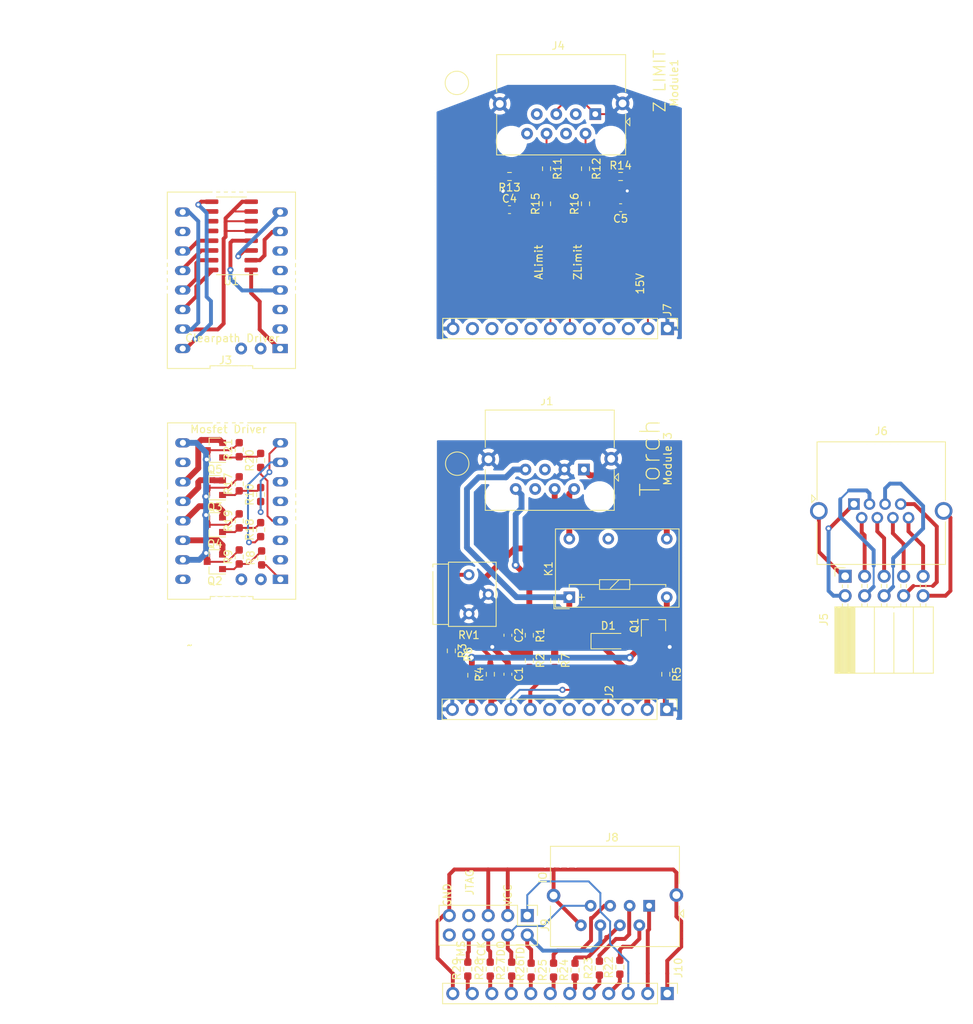
<source format=kicad_pcb>
(kicad_pcb (version 20171130) (host pcbnew "(5.1.8)-1")
  (layers (0 F.Cu signal) (31 B.Cu signal) (34 B.Paste user) (35 F.Paste user) (36 B.SilkS user) (37 F.SilkS user) (38 B.Mask user) (39 F.Mask user) (44 Edge.Cuts user))
  (net 0 "")
  (net 1 "Net-(C1-Pad2)")
  (net 2 "Net-(C2-Pad2)")
  (net 3 "Net-(D1-Pad1)")
  (net 4 "Net-(D1-Pad2)")
  (net 5 "Net-(J1-Pad8)")
  (net 6 "Net-(J1-Pad6)")
  (net 7 "Net-(J1-Pad5)")
  (net 8 "Net-(J1-Pad4)")
  (net 9 "Net-(J1-Pad2)")
  (net 10 "Net-(J1-Pad1)")
  (net 11 "Net-(J2-Pad3)")
  (net 12 "Net-(J2-Pad4)")
  (net 13 "Net-(J2-Pad5)")
  (net 14 "Net-(J2-Pad6)")
  (net 15 "Net-(J2-Pad7)")
  (net 16 "Net-(J2-Pad11)")
  (net 17 "Net-(J3-Pad1)")
  (net 18 "Net-(J3-Pad2)")
  (net 19 "Net-(J3-Pad3)")
  (net 20 "Net-(J3-Pad4)")
  (net 21 "Net-(J3-Pad5)")
  (net 22 "Net-(J3-Pad6)")
  (net 23 "Net-(J3-Pad7)")
  (net 24 "Net-(J3-Pad8)")
  (net 25 "Net-(K1-Pad10)")
  (net 26 "Net-(Q1-Pad1)")
  (net 27 "Net-(U1-Pad10)")
  (net 28 "Net-(U1-Pad11)")
  (net 29 "Net-(U1-Pad12)")
  (net 30 "Net-(J3-Pad10)")
  (net 31 "Net-(J3-Pad11)")
  (net 32 "Net-(J3-Pad12)")
  (net 33 "Net-(J3-Pad13)")
  (net 34 "Net-(J3-Pad14)")
  (net 35 "Net-(J3-Pad15)")
  (net 36 "Net-(J3-Pad16)")
  (net 37 "Net-(J5-Pad1)")
  (net 38 "Net-(J5-Pad2)")
  (net 39 "Net-(J5-Pad3)")
  (net 40 "Net-(J5-Pad4)")
  (net 41 "Net-(J5-Pad5)")
  (net 42 "Net-(J5-Pad6)")
  (net 43 "Net-(J5-Pad7)")
  (net 44 "Net-(J5-Pad8)")
  (net 45 "Net-(J5-Pad9)")
  (net 46 "Net-(J5-Pad10)")
  (net 47 "Net-(C4-Pad2)")
  (net 48 "Net-(C5-Pad2)")
  (net 49 "Net-(J4-Pad8)")
  (net 50 "Net-(J4-Pad7)")
  (net 51 "Net-(J4-Pad6)")
  (net 52 "Net-(J4-Pad1)")
  (net 53 "Net-(J4-Pad4)")
  (net 54 "Net-(J4-Pad3)")
  (net 55 "Net-(J4-Pad2)")
  (net 56 "Net-(J7-Pad3)")
  (net 57 "Net-(J7-Pad4)")
  (net 58 "Net-(J7-Pad5)")
  (net 59 "Net-(J7-Pad8)")
  (net 60 "Net-(J7-Pad9)")
  (net 61 "Net-(J7-Pad10)")
  (net 62 "Net-(J7-Pad11)")
  (net 63 "Net-(R11-Pad2)")
  (net 64 "Net-(R12-Pad2)")
  (net 65 "Net-(C4-Pad1)")
  (net 66 "Net-(C1-Pad1)")
  (net 67 "Net-(J10-Pad3)")
  (net 68 "Net-(J10-Pad8)")
  (net 69 "Net-(J10-Pad1)")
  (net 70 "Net-(J10-Pad9)")
  (net 71 "Net-(J10-Pad10)")
  (net 72 "Net-(J10-Pad11)")
  (net 73 "Net-(J10-Pad2)")
  (net 74 "Net-(J10-Pad4)")
  (net 75 "Net-(J10-Pad5)")
  (net 76 "Net-(J10-Pad6)")
  (net 77 "Net-(J10-Pad7)")
  (net 78 "Net-(J9-Pad7)")
  (net 79 "Net-(J9-Pad10)")
  (net 80 "Net-(J3-Pad18)")
  (net 81 "Net-(J2-Pad8)")
  (net 82 "Net-(J3-Pad17)")
  (net 83 "Net-(R3-Pad2)")
  (net 84 "Net-(J11-Pad3)")
  (net 85 "Net-(J11-Pad16)")
  (net 86 "Net-(J11-Pad1)")
  (net 87 "Net-(J11-Pad15)")
  (net 88 "Net-(J11-Pad2)")
  (net 89 "Net-(J11-Pad14)")
  (net 90 "Net-(J11-Pad13)")
  (net 91 "Net-(J11-Pad4)")
  (net 92 "Net-(J11-Pad12)")
  (net 93 "Net-(J11-Pad5)")
  (net 94 "Net-(J11-Pad11)")
  (net 95 "Net-(J11-Pad6)")
  (net 96 "Net-(J11-Pad10)")
  (net 97 "Net-(J11-Pad7)")
  (net 98 "Net-(J11-Pad8)")
  (net 99 "Net-(J11-Pad18)")
  (net 100 "Net-(J11-Pad17)")
  (net 101 "Net-(Q2-Pad1)")
  (net 102 "Net-(Q3-Pad1)")
  (net 103 "Net-(Q4-Pad1)")
  (net 104 "Net-(Q5-Pad1)")
  (net 105 "Net-(J8-Pad2)")
  (net 106 "Net-(J8-Pad3)")
  (net 107 "Net-(J8-Pad4)")
  (net 108 "Net-(J8-Pad5)")
  (net 109 "Net-(J8-Pad6)")
  (net 110 "Net-(J8-Pad7)")
  (net 111 "Net-(J9-Pad6)")
  (net 112 "Net-(J9-Pad8)")
  (module Modules:SINGLE_SIDED_TAB (layer F.Cu) (at 140.1506 91.0222 270)
    (fp_text reference REF** hide)
    (fp_text value SINGLE_SIDED_TAB hide)
    (pad "" np_thru_hole circle (at -2 -1.05 270) (size 0.5 0.5) (drill 0.5) (layers *.Cu *.Mask) (clearance 1.25))
    (pad "" np_thru_hole circle (at 2 -1.05 270) (size 0.5 0.5) (drill 0.5) (layers *.Cu *.Mask) (clearance 1.25))
    (pad "" np_thru_hole circle (at -1 -1.05 270) (size 0.5 0.5) (drill 0.5) (layers *.Cu *.Mask) (clearance 1.25))
    (pad "" np_thru_hole circle (at 1 -1.05 270) (size 0.5 0.5) (drill 0.5) (layers *.Cu *.Mask) (clearance 1.25))
    (pad "" np_thru_hole circle (at 0 -1.05 270) (size 0.5 0.5) (drill 0.5) (layers *.Cu *.Mask) (clearance 1.25))
  )
  (module Modules:SINGLE_SIDED_TAB (layer F.Cu) (at 175.2026 91.5302 90)
    (fp_text reference REF** hide)
    (fp_text value SINGLE_SIDED_TAB hide)
    (pad "" np_thru_hole circle (at -2 -1.05 90) (size 0.5 0.5) (drill 0.5) (layers *.Cu *.Mask) (clearance 1.25))
    (pad "" np_thru_hole circle (at 2 -1.05 90) (size 0.5 0.5) (drill 0.5) (layers *.Cu *.Mask) (clearance 1.25))
    (pad "" np_thru_hole circle (at -1 -1.05 90) (size 0.5 0.5) (drill 0.5) (layers *.Cu *.Mask) (clearance 1.25))
    (pad "" np_thru_hole circle (at 1 -1.05 90) (size 0.5 0.5) (drill 0.5) (layers *.Cu *.Mask) (clearance 1.25))
    (pad "" np_thru_hole circle (at 0 -1.05 90) (size 0.5 0.5) (drill 0.5) (layers *.Cu *.Mask) (clearance 1.25))
  )
  (module Modules:SINGLE_SIDED_TAB (layer F.Cu) (at 157.8036 69.5592 180)
    (fp_text reference REF** hide)
    (fp_text value SINGLE_SIDED_TAB hide)
    (pad "" np_thru_hole circle (at -2 -1.05 180) (size 0.5 0.5) (drill 0.5) (layers *.Cu *.Mask) (clearance 1.25))
    (pad "" np_thru_hole circle (at 2 -1.05 180) (size 0.5 0.5) (drill 0.5) (layers *.Cu *.Mask) (clearance 1.25))
    (pad "" np_thru_hole circle (at -1 -1.05 180) (size 0.5 0.5) (drill 0.5) (layers *.Cu *.Mask) (clearance 1.25))
    (pad "" np_thru_hole circle (at 1 -1.05 180) (size 0.5 0.5) (drill 0.5) (layers *.Cu *.Mask) (clearance 1.25))
    (pad "" np_thru_hole circle (at 0 -1.05 180) (size 0.5 0.5) (drill 0.5) (layers *.Cu *.Mask) (clearance 1.25))
  )
  (module Modules:SINGLE_SIDED_TAB (layer F.Cu) (at 156.1526 114.1362)
    (fp_text reference REF** hide)
    (fp_text value SINGLE_SIDED_TAB hide)
    (pad "" np_thru_hole circle (at -2 -1.05) (size 0.5 0.5) (drill 0.5) (layers *.Cu *.Mask) (clearance 1.25))
    (pad "" np_thru_hole circle (at 2 -1.05) (size 0.5 0.5) (drill 0.5) (layers *.Cu *.Mask) (clearance 1.25))
    (pad "" np_thru_hole circle (at -1 -1.05) (size 0.5 0.5) (drill 0.5) (layers *.Cu *.Mask) (clearance 1.25))
    (pad "" np_thru_hole circle (at 1 -1.05) (size 0.5 0.5) (drill 0.5) (layers *.Cu *.Mask) (clearance 1.25))
    (pad "" np_thru_hole circle (at 0 -1.05) (size 0.5 0.5) (drill 0.5) (layers *.Cu *.Mask) (clearance 1.25))
  )
  (module Modules:SINGLE_SIDED_TAB (layer F.Cu) (at 114.7029 42.9267 180)
    (fp_text reference REF** hide)
    (fp_text value SINGLE_SIDED_TAB hide)
    (pad "" np_thru_hole circle (at -2 -1.05 180) (size 0.5 0.5) (drill 0.5) (layers *.Cu *.Mask) (clearance 1.25))
    (pad "" np_thru_hole circle (at 2 -1.05 180) (size 0.5 0.5) (drill 0.5) (layers *.Cu *.Mask) (clearance 1.25))
    (pad "" np_thru_hole circle (at -1 -1.05 180) (size 0.5 0.5) (drill 0.5) (layers *.Cu *.Mask) (clearance 1.25))
    (pad "" np_thru_hole circle (at 1 -1.05 180) (size 0.5 0.5) (drill 0.5) (layers *.Cu *.Mask) (clearance 1.25))
    (pad "" np_thru_hole circle (at 0 -1.05 180) (size 0.5 0.5) (drill 0.5) (layers *.Cu *.Mask) (clearance 1.25))
  )
  (module Modules:SINGLE_SIDED_TAB (layer F.Cu) (at 105.6097 54.8647 270)
    (fp_text reference REF** hide)
    (fp_text value SINGLE_SIDED_TAB hide)
    (pad "" np_thru_hole circle (at -2 -1.05 270) (size 0.5 0.5) (drill 0.5) (layers *.Cu *.Mask) (clearance 1.25))
    (pad "" np_thru_hole circle (at 2 -1.05 270) (size 0.5 0.5) (drill 0.5) (layers *.Cu *.Mask) (clearance 1.25))
    (pad "" np_thru_hole circle (at -1 -1.05 270) (size 0.5 0.5) (drill 0.5) (layers *.Cu *.Mask) (clearance 1.25))
    (pad "" np_thru_hole circle (at 1 -1.05 270) (size 0.5 0.5) (drill 0.5) (layers *.Cu *.Mask) (clearance 1.25))
    (pad "" np_thru_hole circle (at 0 -1.05 270) (size 0.5 0.5) (drill 0.5) (layers *.Cu *.Mask) (clearance 1.25))
  )
  (module Modules:SINGLE_SIDED_TAB (layer F.Cu) (at 124.2406 54.9028 90)
    (fp_text reference REF** hide)
    (fp_text value SINGLE_SIDED_TAB hide)
    (pad "" np_thru_hole circle (at -2 -1.05 90) (size 0.5 0.5) (drill 0.5) (layers *.Cu *.Mask) (clearance 1.25))
    (pad "" np_thru_hole circle (at 2 -1.05 90) (size 0.5 0.5) (drill 0.5) (layers *.Cu *.Mask) (clearance 1.25))
    (pad "" np_thru_hole circle (at -1 -1.05 90) (size 0.5 0.5) (drill 0.5) (layers *.Cu *.Mask) (clearance 1.25))
    (pad "" np_thru_hole circle (at 1 -1.05 90) (size 0.5 0.5) (drill 0.5) (layers *.Cu *.Mask) (clearance 1.25))
    (pad "" np_thru_hole circle (at 0 -1.05 90) (size 0.5 0.5) (drill 0.5) (layers *.Cu *.Mask) (clearance 1.25))
  )
  (module Modules:SINGLE_SIDED_TAB (layer F.Cu) (at 114.9188 67.8568)
    (fp_text reference REF** hide)
    (fp_text value SINGLE_SIDED_TAB hide)
    (pad "" np_thru_hole circle (at -2 -1.05) (size 0.5 0.5) (drill 0.5) (layers *.Cu *.Mask) (clearance 1.25))
    (pad "" np_thru_hole circle (at 2 -1.05) (size 0.5 0.5) (drill 0.5) (layers *.Cu *.Mask) (clearance 1.25))
    (pad "" np_thru_hole circle (at -1 -1.05) (size 0.5 0.5) (drill 0.5) (layers *.Cu *.Mask) (clearance 1.25))
    (pad "" np_thru_hole circle (at 1 -1.05) (size 0.5 0.5) (drill 0.5) (layers *.Cu *.Mask) (clearance 1.25))
    (pad "" np_thru_hole circle (at 0 -1.05) (size 0.5 0.5) (drill 0.5) (layers *.Cu *.Mask) (clearance 1.25))
  )
  (module Modules:ClearpathDriver (layer F.Cu) (at 114.9278 55.3764)
    (fp_text reference J3 (at -0.762 10.414 180) (layer F.SilkS))
    (fp_text value Conn_01x18_Male)
    (pad 16 thru_hole oval (at -6.35 8.89 90) (size 1.2 2) (drill 0.8) (layers *.Cu *.Mask) (net 36 "Net-(J3-Pad16)"))
    (pad 1 thru_hole rect (at 6.35 8.89 90) (size 1.2 2) (drill 0.8) (layers *.Cu *.Mask) (net 17 "Net-(J3-Pad1)"))
    (pad 15 thru_hole oval (at -6.35 6.35 90) (size 1.2 2) (drill 0.8) (layers *.Cu *.Mask) (net 35 "Net-(J3-Pad15)"))
    (pad 2 thru_hole oval (at 6.35 6.35 90) (size 1.2 2) (drill 0.8) (layers *.Cu *.Mask) (net 18 "Net-(J3-Pad2)"))
    (pad 14 thru_hole oval (at -6.35 3.81 90) (size 1.2 2) (drill 0.8) (layers *.Cu *.Mask) (net 34 "Net-(J3-Pad14)"))
    (pad 3 thru_hole oval (at 6.35 3.81 90) (size 1.2 2) (drill 0.8) (layers *.Cu *.Mask) (net 19 "Net-(J3-Pad3)"))
    (pad 13 thru_hole oval (at -6.35 1.27 90) (size 1.2 2) (drill 0.8) (layers *.Cu *.Mask) (net 33 "Net-(J3-Pad13)"))
    (pad 4 thru_hole oval (at 6.35 1.27 90) (size 1.2 2) (drill 0.8) (layers *.Cu *.Mask) (net 20 "Net-(J3-Pad4)"))
    (pad 12 thru_hole oval (at -6.35 -1.27 90) (size 1.2 2) (drill 0.8) (layers *.Cu *.Mask) (net 32 "Net-(J3-Pad12)"))
    (pad 5 thru_hole oval (at 6.35 -1.27 90) (size 1.2 2) (drill 0.8) (layers *.Cu *.Mask) (net 21 "Net-(J3-Pad5)"))
    (pad 11 thru_hole oval (at -6.35 -3.81 90) (size 1.2 2) (drill 0.8) (layers *.Cu *.Mask) (net 31 "Net-(J3-Pad11)"))
    (pad 6 thru_hole oval (at 6.35 -3.81 90) (size 1.2 2) (drill 0.8) (layers *.Cu *.Mask) (net 22 "Net-(J3-Pad6)"))
    (pad 10 thru_hole oval (at -6.35 -6.35 90) (size 1.2 2) (drill 0.8) (layers *.Cu *.Mask) (net 30 "Net-(J3-Pad10)"))
    (pad 7 thru_hole oval (at 6.35 -6.35 90) (size 1.2 2) (drill 0.8) (layers *.Cu *.Mask) (net 23 "Net-(J3-Pad7)"))
    (pad 9 thru_hole oval (at -6.35 -8.89 90) (size 1.2 2) (drill 0.8) (layers *.Cu *.Mask) (net 35 "Net-(J3-Pad15)"))
    (pad 8 thru_hole oval (at 6.35 -8.89 90) (size 1.2 2) (drill 0.8) (layers *.Cu *.Mask) (net 24 "Net-(J3-Pad8)"))
    (pad 17 thru_hole circle (at 1.27 8.89) (size 1.524 1.524) (drill 0.762) (layers *.Cu *.Mask) (net 82 "Net-(J3-Pad17)"))
    (pad 18 thru_hole circle (at 1.27 8.89) (size 1.524 1.524) (drill 0.762) (layers *.Cu *.Mask) (net 80 "Net-(J3-Pad18)"))
    (pad 18 thru_hole circle (at 3.81 8.89) (size 1.524 1.524) (drill 0.762) (layers *.Cu *.Mask) (net 80 "Net-(J3-Pad18)"))
  )
  (module Modules:SINGLE_SIDED_TAB (layer F.Cu) (at 199.771 76.327 180)
    (fp_text reference REF** hide)
    (fp_text value SINGLE_SIDED_TAB hide)
    (pad "" np_thru_hole circle (at 0 -1.05 180) (size 0.5 0.5) (drill 0.5) (layers *.Cu *.Mask) (clearance 1.25))
    (pad "" np_thru_hole circle (at 1 -1.05 180) (size 0.5 0.5) (drill 0.5) (layers *.Cu *.Mask) (clearance 1.25))
    (pad "" np_thru_hole circle (at -1 -1.05 180) (size 0.5 0.5) (drill 0.5) (layers *.Cu *.Mask) (clearance 1.25))
    (pad "" np_thru_hole circle (at 2 -1.05 180) (size 0.5 0.5) (drill 0.5) (layers *.Cu *.Mask) (clearance 1.25))
    (pad "" np_thru_hole circle (at -2 -1.05 180) (size 0.5 0.5) (drill 0.5) (layers *.Cu *.Mask) (clearance 1.25))
  )
  (module Modules:SINGLE_SIDED_TAB (layer F.Cu) (at 188.849 87.0966 270)
    (fp_text reference REF** hide)
    (fp_text value SINGLE_SIDED_TAB hide)
    (pad "" np_thru_hole circle (at 0 -1.05 270) (size 0.5 0.5) (drill 0.5) (layers *.Cu *.Mask) (clearance 1.25))
    (pad "" np_thru_hole circle (at 1 -1.05 270) (size 0.5 0.5) (drill 0.5) (layers *.Cu *.Mask) (clearance 1.25))
    (pad "" np_thru_hole circle (at -1 -1.05 270) (size 0.5 0.5) (drill 0.5) (layers *.Cu *.Mask) (clearance 1.25))
    (pad "" np_thru_hole circle (at 2 -1.05 270) (size 0.5 0.5) (drill 0.5) (layers *.Cu *.Mask) (clearance 1.25))
    (pad "" np_thru_hole circle (at -2 -1.05 270) (size 0.5 0.5) (drill 0.5) (layers *.Cu *.Mask) (clearance 1.25))
  )
  (module Modules:SINGLE_SIDED_TAB (layer F.Cu) (at 210.5406 87.1474 90)
    (fp_text reference REF** hide)
    (fp_text value SINGLE_SIDED_TAB hide)
    (pad "" np_thru_hole circle (at 0 -1.05 90) (size 0.5 0.5) (drill 0.5) (layers *.Cu *.Mask) (clearance 1.25))
    (pad "" np_thru_hole circle (at 1 -1.05 90) (size 0.5 0.5) (drill 0.5) (layers *.Cu *.Mask) (clearance 1.25))
    (pad "" np_thru_hole circle (at -1 -1.05 90) (size 0.5 0.5) (drill 0.5) (layers *.Cu *.Mask) (clearance 1.25))
    (pad "" np_thru_hole circle (at 2 -1.05 90) (size 0.5 0.5) (drill 0.5) (layers *.Cu *.Mask) (clearance 1.25))
    (pad "" np_thru_hole circle (at -2 -1.05 90) (size 0.5 0.5) (drill 0.5) (layers *.Cu *.Mask) (clearance 1.25))
  )
  (module Modules:SINGLE_SIDED_TAB (layer F.Cu) (at 200.2282 99.441)
    (fp_text reference REF** hide)
    (fp_text value SINGLE_SIDED_TAB hide)
    (pad "" np_thru_hole circle (at 0 -1.05) (size 0.5 0.5) (drill 0.5) (layers *.Cu *.Mask) (clearance 1.25))
    (pad "" np_thru_hole circle (at 1 -1.05) (size 0.5 0.5) (drill 0.5) (layers *.Cu *.Mask) (clearance 1.25))
    (pad "" np_thru_hole circle (at -1 -1.05) (size 0.5 0.5) (drill 0.5) (layers *.Cu *.Mask) (clearance 1.25))
    (pad "" np_thru_hole circle (at 2 -1.05) (size 0.5 0.5) (drill 0.5) (layers *.Cu *.Mask) (clearance 1.25))
    (pad "" np_thru_hole circle (at -2 -1.05) (size 0.5 0.5) (drill 0.5) (layers *.Cu *.Mask) (clearance 1.25))
  )
  (module Modules:SINGLE_SIDED_TAB (layer F.Cu) (at 105.6513 84.8487 270)
    (fp_text reference REF** hide)
    (fp_text value SINGLE_SIDED_TAB hide)
    (pad "" np_thru_hole circle (at 0 -1.05 270) (size 0.5 0.5) (drill 0.5) (layers *.Cu *.Mask) (clearance 1.25))
    (pad "" np_thru_hole circle (at 1 -1.05 270) (size 0.5 0.5) (drill 0.5) (layers *.Cu *.Mask) (clearance 1.25))
    (pad "" np_thru_hole circle (at -1 -1.05 270) (size 0.5 0.5) (drill 0.5) (layers *.Cu *.Mask) (clearance 1.25))
    (pad "" np_thru_hole circle (at 2 -1.05 270) (size 0.5 0.5) (drill 0.5) (layers *.Cu *.Mask) (clearance 1.25))
    (pad "" np_thru_hole circle (at -2 -1.05 270) (size 0.5 0.5) (drill 0.5) (layers *.Cu *.Mask) (clearance 1.25))
  )
  (module Modules:SINGLE_SIDED_TAB (layer F.Cu) (at 89.7763 69.6849)
    (fp_text reference REF** hide)
    (fp_text value SINGLE_SIDED_TAB hide)
    (pad "" np_thru_hole circle (at 0 -1.05) (size 0.5 0.5) (drill 0.5) (layers *.Cu *.Mask) (clearance 1.25))
    (pad "" np_thru_hole circle (at 1 -1.05) (size 0.5 0.5) (drill 0.5) (layers *.Cu *.Mask) (clearance 1.25))
    (pad "" np_thru_hole circle (at -1 -1.05) (size 0.5 0.5) (drill 0.5) (layers *.Cu *.Mask) (clearance 1.25))
    (pad "" np_thru_hole circle (at 2 -1.05) (size 0.5 0.5) (drill 0.5) (layers *.Cu *.Mask) (clearance 1.25))
    (pad "" np_thru_hole circle (at -2 -1.05) (size 0.5 0.5) (drill 0.5) (layers *.Cu *.Mask) (clearance 1.25))
  )
  (module Modules:SINGLE_SIDED_TAB (layer F.Cu) (at 114.7445 72.9107 180)
    (fp_text reference REF** hide)
    (fp_text value SINGLE_SIDED_TAB hide)
    (pad "" np_thru_hole circle (at 0 -1.05 180) (size 0.5 0.5) (drill 0.5) (layers *.Cu *.Mask) (clearance 1.25))
    (pad "" np_thru_hole circle (at 1 -1.05 180) (size 0.5 0.5) (drill 0.5) (layers *.Cu *.Mask) (clearance 1.25))
    (pad "" np_thru_hole circle (at -1 -1.05 180) (size 0.5 0.5) (drill 0.5) (layers *.Cu *.Mask) (clearance 1.25))
    (pad "" np_thru_hole circle (at 2 -1.05 180) (size 0.5 0.5) (drill 0.5) (layers *.Cu *.Mask) (clearance 1.25))
    (pad "" np_thru_hole circle (at -2 -1.05 180) (size 0.5 0.5) (drill 0.5) (layers *.Cu *.Mask) (clearance 1.25))
  )
  (module Modules:SINGLE_SIDED_TAB (layer F.Cu) (at 124.2822 84.8868 90)
    (fp_text reference REF** hide)
    (fp_text value SINGLE_SIDED_TAB hide)
    (pad "" np_thru_hole circle (at 0 -1.05 90) (size 0.5 0.5) (drill 0.5) (layers *.Cu *.Mask) (clearance 1.25))
    (pad "" np_thru_hole circle (at 1 -1.05 90) (size 0.5 0.5) (drill 0.5) (layers *.Cu *.Mask) (clearance 1.25))
    (pad "" np_thru_hole circle (at -1 -1.05 90) (size 0.5 0.5) (drill 0.5) (layers *.Cu *.Mask) (clearance 1.25))
    (pad "" np_thru_hole circle (at 2 -1.05 90) (size 0.5 0.5) (drill 0.5) (layers *.Cu *.Mask) (clearance 1.25))
    (pad "" np_thru_hole circle (at -2 -1.05 90) (size 0.5 0.5) (drill 0.5) (layers *.Cu *.Mask) (clearance 1.25))
  )
  (module Modules:SINGLE_SIDED_TAB (layer F.Cu) (at 114.9604 97.8408)
    (fp_text reference REF** hide)
    (fp_text value SINGLE_SIDED_TAB hide)
    (pad "" np_thru_hole circle (at 0 -1.05) (size 0.5 0.5) (drill 0.5) (layers *.Cu *.Mask) (clearance 1.25))
    (pad "" np_thru_hole circle (at 1 -1.05) (size 0.5 0.5) (drill 0.5) (layers *.Cu *.Mask) (clearance 1.25))
    (pad "" np_thru_hole circle (at -1 -1.05) (size 0.5 0.5) (drill 0.5) (layers *.Cu *.Mask) (clearance 1.25))
    (pad "" np_thru_hole circle (at 2 -1.05) (size 0.5 0.5) (drill 0.5) (layers *.Cu *.Mask) (clearance 1.25))
    (pad "" np_thru_hole circle (at -2 -1.05) (size 0.5 0.5) (drill 0.5) (layers *.Cu *.Mask) (clearance 1.25))
  )
  (module Modules:SINGLE_SIDED_TAB (layer F.Cu) (at 156.1338 151.1942)
    (fp_text reference REF** hide)
    (fp_text value SINGLE_SIDED_TAB hide)
    (pad "" np_thru_hole circle (at 0 -1.05) (size 0.5 0.5) (drill 0.5) (layers *.Cu *.Mask) (clearance 1.25))
    (pad "" np_thru_hole circle (at 1 -1.05) (size 0.5 0.5) (drill 0.5) (layers *.Cu *.Mask) (clearance 1.25))
    (pad "" np_thru_hole circle (at -1 -1.05) (size 0.5 0.5) (drill 0.5) (layers *.Cu *.Mask) (clearance 1.25))
    (pad "" np_thru_hole circle (at 2 -1.05) (size 0.5 0.5) (drill 0.5) (layers *.Cu *.Mask) (clearance 1.25))
    (pad "" np_thru_hole circle (at -2 -1.05) (size 0.5 0.5) (drill 0.5) (layers *.Cu *.Mask) (clearance 1.25))
  )
  (module Modules:SINGLE_SIDED_TAB (layer F.Cu) (at 140.1318 140.6302 270)
    (fp_text reference REF** hide)
    (fp_text value SINGLE_SIDED_TAB hide)
    (pad "" np_thru_hole circle (at 0 -1.05 270) (size 0.5 0.5) (drill 0.5) (layers *.Cu *.Mask) (clearance 1.25))
    (pad "" np_thru_hole circle (at 1 -1.05 270) (size 0.5 0.5) (drill 0.5) (layers *.Cu *.Mask) (clearance 1.25))
    (pad "" np_thru_hole circle (at -1 -1.05 270) (size 0.5 0.5) (drill 0.5) (layers *.Cu *.Mask) (clearance 1.25))
    (pad "" np_thru_hole circle (at 2 -1.05 270) (size 0.5 0.5) (drill 0.5) (layers *.Cu *.Mask) (clearance 1.25))
    (pad "" np_thru_hole circle (at -2 -1.05 270) (size 0.5 0.5) (drill 0.5) (layers *.Cu *.Mask) (clearance 1.25))
  )
  (module Modules:SINGLE_SIDED_TAB (layer F.Cu) (at 157.7848 130.6172 180)
    (fp_text reference REF** hide)
    (fp_text value SINGLE_SIDED_TAB hide)
    (pad "" np_thru_hole circle (at 0 -1.05 180) (size 0.5 0.5) (drill 0.5) (layers *.Cu *.Mask) (clearance 1.25))
    (pad "" np_thru_hole circle (at 1 -1.05 180) (size 0.5 0.5) (drill 0.5) (layers *.Cu *.Mask) (clearance 1.25))
    (pad "" np_thru_hole circle (at -1 -1.05 180) (size 0.5 0.5) (drill 0.5) (layers *.Cu *.Mask) (clearance 1.25))
    (pad "" np_thru_hole circle (at 2 -1.05 180) (size 0.5 0.5) (drill 0.5) (layers *.Cu *.Mask) (clearance 1.25))
    (pad "" np_thru_hole circle (at -2 -1.05 180) (size 0.5 0.5) (drill 0.5) (layers *.Cu *.Mask) (clearance 1.25))
  )
  (module Modules:SINGLE_SIDED_TAB (layer F.Cu) (at 175.1838 141.1382 90)
    (fp_text reference REF** hide)
    (fp_text value SINGLE_SIDED_TAB hide)
    (pad "" np_thru_hole circle (at 0 -1.05 90) (size 0.5 0.5) (drill 0.5) (layers *.Cu *.Mask) (clearance 1.25))
    (pad "" np_thru_hole circle (at 1 -1.05 90) (size 0.5 0.5) (drill 0.5) (layers *.Cu *.Mask) (clearance 1.25))
    (pad "" np_thru_hole circle (at -1 -1.05 90) (size 0.5 0.5) (drill 0.5) (layers *.Cu *.Mask) (clearance 1.25))
    (pad "" np_thru_hole circle (at 2 -1.05 90) (size 0.5 0.5) (drill 0.5) (layers *.Cu *.Mask) (clearance 1.25))
    (pad "" np_thru_hole circle (at -2 -1.05 90) (size 0.5 0.5) (drill 0.5) (layers *.Cu *.Mask) (clearance 1.25))
  )
  (module Modules:SINGLE_SIDED_TAB (layer F.Cu) (at 119.6594 110.1598)
    (fp_text reference REF** hide)
    (fp_text value SINGLE_SIDED_TAB hide)
    (pad "" np_thru_hole circle (at -2 -1.05) (size 0.5 0.5) (drill 0.5) (layers *.Cu *.Mask) (clearance 1.25))
    (pad "" np_thru_hole circle (at 2 -1.05) (size 0.5 0.5) (drill 0.5) (layers *.Cu *.Mask) (clearance 1.25))
    (pad "" np_thru_hole circle (at -1 -1.05) (size 0.5 0.5) (drill 0.5) (layers *.Cu *.Mask) (clearance 1.25))
    (pad "" np_thru_hole circle (at 1 -1.05) (size 0.5 0.5) (drill 0.5) (layers *.Cu *.Mask) (clearance 1.25))
    (pad "" np_thru_hole circle (at 0 -1.05) (size 0.5 0.5) (drill 0.5) (layers *.Cu *.Mask) (clearance 1.25))
  )
  (module Resistor_SMD:R_0603_1608Metric_Pad0.98x0.95mm_HandSolder (layer F.Cu) (at 153.7432 101.6152 270)
    (fp_text reference R1 (at 0 -1.43 90) (layer F.SilkS))
    (fp_text value 3.3K)
    (pad 1 smd roundrect (at -0.9125 0 270) (size 0.975 0.95) (layers F.Cu F.Paste F.Mask) (net 5 "Net-(J1-Pad8)"))
    (pad 2 smd roundrect (at 0.9125 0 270) (size 0.975 0.95) (layers F.Cu F.Paste F.Mask) (net 2 "Net-(C2-Pad2)"))
  )
  (module Capacitor_SMD:C_0603_1608Metric_Pad1.08x0.95mm_HandSolder (layer F.Cu) (at 150.9492 106.6952 270)
    (fp_text reference C1 (at 0 -1.43 90) (layer F.SilkS))
    (fp_text value 22nf)
    (pad 1 smd roundrect (at -0.8625 0 270) (size 1.075 0.95) (layers F.Cu F.Paste F.Mask) (net 66 "Net-(C1-Pad1)"))
    (pad 2 smd roundrect (at 0.8625 0 270) (size 1.075 0.95) (layers F.Cu F.Paste F.Mask) (net 1 "Net-(C1-Pad2)"))
  )
  (module Capacitor_SMD:C_0603_1608Metric_Pad1.08x0.95mm_HandSolder (layer F.Cu) (at 150.9492 101.6152 270)
    (fp_text reference C2 (at 0 -1.43 90) (layer F.SilkS))
    (fp_text value 1uf)
    (pad 2 smd roundrect (at 0.8625 0 270) (size 1.075 0.95) (layers F.Cu F.Paste F.Mask) (net 2 "Net-(C2-Pad2)"))
    (pad 1 smd roundrect (at -0.8625 0 270) (size 1.075 0.95) (layers F.Cu F.Paste F.Mask) (net 66 "Net-(C1-Pad1)"))
  )
  (module Diode_SMD:D_SOD-123 (layer F.Cu) (at 164.0302 102.3772)
    (fp_text reference D1 (at 0 -2) (layer F.SilkS))
    (fp_text value D)
    (pad 1 smd rect (at -1.65 0) (size 0.9 1.2) (layers F.Cu F.Paste F.Mask) (net 3 "Net-(D1-Pad1)"))
    (pad 2 smd rect (at 1.65 0) (size 0.9 1.2) (layers F.Cu F.Paste F.Mask) (net 4 "Net-(D1-Pad2)"))
  )
  (module Connector_PinHeader_2.54mm:PinHeader_1x12_P2.54mm_Vertical (layer F.Cu) (at 171.6502 111.2672 270)
    (fp_text reference J2 (at -2.286 7.493 90) (layer F.SilkS))
    (fp_text value Module3)
    (pad 1 thru_hole rect (at 0 0 270) (size 1.7 1.7) (drill 1) (layers *.Cu *.Mask) (net 66 "Net-(C1-Pad1)"))
    (pad 2 thru_hole oval (at 0 2.54 270) (size 1.7 1.7) (drill 1) (layers *.Cu *.Mask) (net 3 "Net-(D1-Pad1)"))
    (pad 3 thru_hole oval (at 0 5.08 270) (size 1.7 1.7) (drill 1) (layers *.Cu *.Mask) (net 11 "Net-(J2-Pad3)"))
    (pad 4 thru_hole oval (at 0 7.62 270) (size 1.7 1.7) (drill 1) (layers *.Cu *.Mask) (net 12 "Net-(J2-Pad4)"))
    (pad 5 thru_hole oval (at 0 10.16 270) (size 1.7 1.7) (drill 1) (layers *.Cu *.Mask) (net 13 "Net-(J2-Pad5)"))
    (pad 6 thru_hole oval (at 0 12.7 270) (size 1.7 1.7) (drill 1) (layers *.Cu *.Mask) (net 14 "Net-(J2-Pad6)"))
    (pad 7 thru_hole oval (at 0 15.24 270) (size 1.7 1.7) (drill 1) (layers *.Cu *.Mask) (net 15 "Net-(J2-Pad7)"))
    (pad 8 thru_hole oval (at 0 17.78 270) (size 1.7 1.7) (drill 1) (layers *.Cu *.Mask) (net 81 "Net-(J2-Pad8)"))
    (pad 9 thru_hole oval (at 0 20.32 270) (size 1.7 1.7) (drill 1) (layers *.Cu *.Mask) (net 12 "Net-(J2-Pad4)"))
    (pad 10 thru_hole oval (at 0 22.86 270) (size 1.7 1.7) (drill 1) (layers *.Cu *.Mask) (net 1 "Net-(C1-Pad2)"))
    (pad 11 thru_hole oval (at 0 25.4 270) (size 1.7 1.7) (drill 1) (layers *.Cu *.Mask) (net 16 "Net-(J2-Pad11)"))
    (pad 12 thru_hole oval (at 0 27.94 270) (size 1.7 1.7) (drill 1) (layers *.Cu *.Mask) (net 66 "Net-(C1-Pad1)"))
  )
  (module Relay_THT:Relay_SPDT_Omron_G6E (layer F.Cu) (at 158.9502 96.6622 90)
    (fp_text reference K1 (at 3.7 -2.7 270) (layer F.SilkS))
    (fp_text value G6E)
    (pad 1 thru_hole rect (at 0 0) (size 1.50114 1.50114) (drill 0.8001) (layers *.Cu *.Mask) (net 3 "Net-(D1-Pad1)"))
    (pad 12 thru_hole circle (at 7.62 0) (size 1.50114 1.50114) (drill 0.8001) (layers *.Cu *.Mask) (net 9 "Net-(J1-Pad2)"))
    (pad 10 thru_hole circle (at 7.62 5.08) (size 1.50114 1.50114) (drill 0.8001) (layers *.Cu *.Mask) (net 25 "Net-(K1-Pad10)"))
    (pad 6 thru_hole circle (at 0 12.7) (size 1.50114 1.50114) (drill 0.8001) (layers *.Cu *.Mask) (net 4 "Net-(D1-Pad2)"))
    (pad 7 thru_hole circle (at 7.62 12.7) (size 1.50114 1.50114) (drill 0.8001) (layers *.Cu *.Mask) (net 10 "Net-(J1-Pad1)"))
  )
  (module Package_TO_SOT_SMD:SOT-23 (layer F.Cu) (at 169.923 100.3452 90)
    (fp_text reference Q1 (at 0 -2.5 90) (layer F.SilkS))
    (fp_text value IRLML2402)
    (pad 1 smd rect (at -1 -0.95 90) (size 0.9 0.8) (layers F.Cu F.Paste F.Mask) (net 26 "Net-(Q1-Pad1)"))
    (pad 2 smd rect (at -1 0.95 90) (size 0.9 0.8) (layers F.Cu F.Paste F.Mask) (net 66 "Net-(C1-Pad1)"))
    (pad 3 smd rect (at 1 0 90) (size 0.9 0.8) (layers F.Cu F.Paste F.Mask) (net 4 "Net-(D1-Pad2)"))
  )
  (module Resistor_SMD:R_0603_1608Metric_Pad0.98x0.95mm_HandSolder (layer F.Cu) (at 143.5832 103.6472 270)
    (fp_text reference R3 (at 0 -1.43 90) (layer F.SilkS))
    (fp_text value 1k)
    (pad 1 smd roundrect (at -0.9125 0 270) (size 0.975 0.95) (layers F.Cu F.Paste F.Mask) (net 8 "Net-(J1-Pad4)"))
    (pad 2 smd roundrect (at 0.9125 0 270) (size 0.975 0.95) (layers F.Cu F.Paste F.Mask) (net 83 "Net-(R3-Pad2)"))
  )
  (module Resistor_SMD:R_0603_1608Metric_Pad0.98x0.95mm_HandSolder (layer F.Cu) (at 148.6632 106.6952 90)
    (fp_text reference R4 (at 0 -1.43 90) (layer F.SilkS))
    (fp_text value 10k)
    (pad 1 smd roundrect (at -0.9125 0 90) (size 0.975 0.95) (layers F.Cu F.Paste F.Mask) (net 1 "Net-(C1-Pad2)"))
    (pad 2 smd roundrect (at 0.9125 0 90) (size 0.975 0.95) (layers F.Cu F.Paste F.Mask) (net 83 "Net-(R3-Pad2)"))
  )
  (module Resistor_SMD:R_0603_1608Metric_Pad0.98x0.95mm_HandSolder (layer F.Cu) (at 171.5232 106.6952 270)
    (fp_text reference R5 (at 0 -1.43 90) (layer F.SilkS))
    (fp_text value 10k)
    (pad 2 smd roundrect (at 0.9125 0 270) (size 0.975 0.95) (layers F.Cu F.Paste F.Mask) (net 66 "Net-(C1-Pad1)"))
    (pad 1 smd roundrect (at -0.9125 0 270) (size 0.975 0.95) (layers F.Cu F.Paste F.Mask) (net 26 "Net-(Q1-Pad1)"))
  )
  (module Resistor_SMD:R_0603_1608Metric_Pad0.98x0.95mm_HandSolder (layer F.Cu) (at 146.2502 106.8222 90)
    (fp_text reference R6 (at 2.7178 -0.4826 90) (layer F.SilkS))
    (fp_text value 200)
    (pad 1 smd roundrect (at -0.9125 0 90) (size 0.975 0.95) (layers F.Cu F.Paste F.Mask) (net 16 "Net-(J2-Pad11)"))
    (pad 2 smd roundrect (at 0.9125 0 90) (size 0.975 0.95) (layers F.Cu F.Paste F.Mask) (net 26 "Net-(Q1-Pad1)"))
  )
  (module Package_SO:SO-16_3.9x9.9mm_P1.27mm (layer F.Cu) (at 114.9278 49.5852 180)
    (fp_text reference U1 (at 0 -5.9) (layer F.SilkS))
    (fp_text value ULN2002)
    (pad 1 smd roundrect (at -2.575 -4.445 180) (size 1.75 0.6) (layers F.Cu F.Paste F.Mask) (net 17 "Net-(J3-Pad1)"))
    (pad 2 smd roundrect (at -2.575 -3.175 180) (size 1.75 0.6) (layers F.Cu F.Paste F.Mask) (net 23 "Net-(J3-Pad7)"))
    (pad 3 smd roundrect (at -2.575 -1.905 180) (size 1.75 0.6) (layers F.Cu F.Paste F.Mask) (net 24 "Net-(J3-Pad8)"))
    (pad 4 smd roundrect (at -2.575 -0.635 180) (size 1.75 0.6) (layers F.Cu F.Paste F.Mask) (net 20 "Net-(J3-Pad4)"))
    (pad 5 smd roundrect (at -2.575 0.635 180) (size 1.75 0.6) (layers F.Cu F.Paste F.Mask) (net 35 "Net-(J3-Pad15)"))
    (pad 6 smd roundrect (at -2.575 1.905 180) (size 1.75 0.6) (layers F.Cu F.Paste F.Mask) (net 35 "Net-(J3-Pad15)"))
    (pad 7 smd roundrect (at -2.575 3.175 180) (size 1.75 0.6) (layers F.Cu F.Paste F.Mask) (net 35 "Net-(J3-Pad15)"))
    (pad 8 smd roundrect (at -2.575 4.445 180) (size 1.75 0.6) (layers F.Cu F.Paste F.Mask) (net 35 "Net-(J3-Pad15)"))
    (pad 9 smd roundrect (at 2.575 4.445 180) (size 1.75 0.6) (layers F.Cu F.Paste F.Mask) (net 36 "Net-(J3-Pad16)"))
    (pad 10 smd roundrect (at 2.575 3.175 180) (size 1.75 0.6) (layers F.Cu F.Paste F.Mask) (net 27 "Net-(U1-Pad10)"))
    (pad 11 smd roundrect (at 2.575 1.905 180) (size 1.75 0.6) (layers F.Cu F.Paste F.Mask) (net 28 "Net-(U1-Pad11)"))
    (pad 12 smd roundrect (at 2.575 0.635 180) (size 1.75 0.6) (layers F.Cu F.Paste F.Mask) (net 29 "Net-(U1-Pad12)"))
    (pad 13 smd roundrect (at 2.575 -0.635 180) (size 1.75 0.6) (layers F.Cu F.Paste F.Mask) (net 31 "Net-(J3-Pad11)"))
    (pad 14 smd roundrect (at 2.575 -1.905 180) (size 1.75 0.6) (layers F.Cu F.Paste F.Mask) (net 32 "Net-(J3-Pad12)"))
    (pad 15 smd roundrect (at 2.575 -3.175 180) (size 1.75 0.6) (layers F.Cu F.Paste F.Mask) (net 33 "Net-(J3-Pad13)"))
    (pad 16 smd roundrect (at 2.575 -4.445 180) (size 1.75 0.6) (layers F.Cu F.Paste F.Mask) (net 34 "Net-(J3-Pad14)"))
  )
  (module Connector_PinSocket_2.54mm:PinSocket_2x05_P2.54mm_Horizontal (layer F.Cu) (at 194.8888 93.9272 90)
    (fp_text reference J5 (at -5.65 -2.77 90) (layer F.SilkS))
    (fp_text value ~)
    (pad 1 thru_hole rect (at 0 0 90) (size 1.7 1.7) (drill 1) (layers *.Cu *.Mask) (net 37 "Net-(J5-Pad1)"))
    (pad 2 thru_hole oval (at -2.54 0 90) (size 1.7 1.7) (drill 1) (layers *.Cu *.Mask) (net 38 "Net-(J5-Pad2)"))
    (pad 3 thru_hole oval (at 0 2.54 90) (size 1.7 1.7) (drill 1) (layers *.Cu *.Mask) (net 39 "Net-(J5-Pad3)"))
    (pad 4 thru_hole oval (at -2.54 2.54 90) (size 1.7 1.7) (drill 1) (layers *.Cu *.Mask) (net 40 "Net-(J5-Pad4)"))
    (pad 5 thru_hole oval (at 0 5.08 90) (size 1.7 1.7) (drill 1) (layers *.Cu *.Mask) (net 41 "Net-(J5-Pad5)"))
    (pad 6 thru_hole oval (at -2.54 5.08 90) (size 1.7 1.7) (drill 1) (layers *.Cu *.Mask) (net 42 "Net-(J5-Pad6)"))
    (pad 7 thru_hole oval (at 0 7.62 90) (size 1.7 1.7) (drill 1) (layers *.Cu *.Mask) (net 43 "Net-(J5-Pad7)"))
    (pad 8 thru_hole oval (at -2.54 7.62 90) (size 1.7 1.7) (drill 1) (layers *.Cu *.Mask) (net 44 "Net-(J5-Pad8)"))
    (pad 9 thru_hole oval (at 0 10.16 90) (size 1.7 1.7) (drill 1) (layers *.Cu *.Mask) (net 45 "Net-(J5-Pad9)"))
    (pad 10 thru_hole oval (at -2.54 10.16 90) (size 1.7 1.7) (drill 1) (layers *.Cu *.Mask) (net 46 "Net-(J5-Pad10)"))
  )
  (module Capacitor_SMD:C_0603_1608Metric_Pad1.08x0.95mm_HandSolder (layer F.Cu) (at 151.1592 46.1732)
    (fp_text reference C4 (at 0 -1.43) (layer F.SilkS))
    (fp_text value 1uf)
    (pad 1 smd roundrect (at -0.8625 0) (size 1.075 0.95) (layers F.Cu F.Paste F.Mask) (net 65 "Net-(C4-Pad1)"))
    (pad 2 smd roundrect (at 0.8625 0) (size 1.075 0.95) (layers F.Cu F.Paste F.Mask) (net 47 "Net-(C4-Pad2)"))
  )
  (module Capacitor_SMD:C_0603_1608Metric_Pad1.08x0.95mm_HandSolder (layer F.Cu) (at 165.6372 45.9192 180)
    (fp_text reference C5 (at 0 -1.43) (layer F.SilkS))
    (fp_text value 1uf)
    (pad 2 smd roundrect (at 0.8625 0 180) (size 1.075 0.95) (layers F.Cu F.Paste F.Mask) (net 48 "Net-(C5-Pad2)"))
    (pad 1 smd roundrect (at -0.8625 0 180) (size 1.075 0.95) (layers F.Cu F.Paste F.Mask) (net 65 "Net-(C4-Pad1)"))
  )
  (module Connector_PinHeader_2.54mm:PinHeader_1x12_P2.54mm_Vertical (layer F.Cu) (at 171.7332 61.6672 270)
    (fp_text reference J7 (at -2.413 0 90) (layer F.SilkS))
    (fp_text value Module1)
    (pad 1 thru_hole rect (at 0 0 270) (size 1.7 1.7) (drill 1) (layers *.Cu *.Mask) (net 65 "Net-(C4-Pad1)"))
    (pad 2 thru_hole oval (at 0 2.54 270) (size 1.7 1.7) (drill 1) (layers *.Cu *.Mask) (net 52 "Net-(J4-Pad1)"))
    (pad 3 thru_hole oval (at 0 5.08 270) (size 1.7 1.7) (drill 1) (layers *.Cu *.Mask) (net 56 "Net-(J7-Pad3)"))
    (pad 4 thru_hole oval (at 0 7.62 270) (size 1.7 1.7) (drill 1) (layers *.Cu *.Mask) (net 57 "Net-(J7-Pad4)"))
    (pad 5 thru_hole oval (at 0 10.16 270) (size 1.7 1.7) (drill 1) (layers *.Cu *.Mask) (net 58 "Net-(J7-Pad5)"))
    (pad 6 thru_hole oval (at 0 12.7 270) (size 1.7 1.7) (drill 1) (layers *.Cu *.Mask) (net 48 "Net-(C5-Pad2)"))
    (pad 7 thru_hole oval (at 0 15.24 270) (size 1.7 1.7) (drill 1) (layers *.Cu *.Mask) (net 47 "Net-(C4-Pad2)"))
    (pad 8 thru_hole oval (at 0 17.78 270) (size 1.7 1.7) (drill 1) (layers *.Cu *.Mask) (net 59 "Net-(J7-Pad8)"))
    (pad 9 thru_hole oval (at 0 20.32 270) (size 1.7 1.7) (drill 1) (layers *.Cu *.Mask) (net 60 "Net-(J7-Pad9)"))
    (pad 10 thru_hole oval (at 0 22.86 270) (size 1.7 1.7) (drill 1) (layers *.Cu *.Mask) (net 61 "Net-(J7-Pad10)"))
    (pad 11 thru_hole oval (at 0 25.4 270) (size 1.7 1.7) (drill 1) (layers *.Cu *.Mask) (net 62 "Net-(J7-Pad11)"))
    (pad 12 thru_hole oval (at 0 27.94 270) (size 1.7 1.7) (drill 1) (layers *.Cu *.Mask) (net 65 "Net-(C4-Pad1)"))
  )
  (module Resistor_SMD:R_0603_1608Metric_Pad0.98x0.95mm_HandSolder (layer F.Cu) (at 155.9852 40.8392 270)
    (fp_text reference R11 (at 0 -1.43 90) (layer F.SilkS))
    (fp_text value 3.3k)
    (pad 2 smd roundrect (at 0.9125 0 270) (size 0.975 0.95) (layers F.Cu F.Paste F.Mask) (net 63 "Net-(R11-Pad2)"))
    (pad 1 smd roundrect (at -0.9125 0 270) (size 0.975 0.95) (layers F.Cu F.Paste F.Mask) (net 51 "Net-(J4-Pad6)"))
  )
  (module Resistor_SMD:R_0603_1608Metric_Pad0.98x0.95mm_HandSolder (layer F.Cu) (at 161.0652 40.8392 270)
    (fp_text reference R12 (at 0 -1.43 90) (layer F.SilkS))
    (fp_text value 3.3k)
    (pad 1 smd roundrect (at -0.9125 0 270) (size 0.975 0.95) (layers F.Cu F.Paste F.Mask) (net 55 "Net-(J4-Pad2)"))
    (pad 2 smd roundrect (at 0.9125 0 270) (size 0.975 0.95) (layers F.Cu F.Paste F.Mask) (net 64 "Net-(R12-Pad2)"))
  )
  (module Resistor_SMD:R_0603_1608Metric_Pad0.98x0.95mm_HandSolder (layer F.Cu) (at 151.1592 41.8552 180)
    (fp_text reference R13 (at 0 -1.43) (layer F.SilkS))
    (fp_text value 1k)
    (pad 1 smd roundrect (at -0.9125 0 180) (size 0.975 0.95) (layers F.Cu F.Paste F.Mask) (net 63 "Net-(R11-Pad2)"))
    (pad 2 smd roundrect (at 0.9125 0 180) (size 0.975 0.95) (layers F.Cu F.Paste F.Mask) (net 65 "Net-(C4-Pad1)"))
  )
  (module Resistor_SMD:R_0603_1608Metric_Pad0.98x0.95mm_HandSolder (layer F.Cu) (at 165.6372 41.8552)
    (fp_text reference R14 (at 0 -1.43) (layer F.SilkS))
    (fp_text value 1k)
    (pad 2 smd roundrect (at 0.9125 0) (size 0.975 0.95) (layers F.Cu F.Paste F.Mask) (net 65 "Net-(C4-Pad1)"))
    (pad 1 smd roundrect (at -0.9125 0) (size 0.975 0.95) (layers F.Cu F.Paste F.Mask) (net 64 "Net-(R12-Pad2)"))
  )
  (module Resistor_SMD:R_0603_1608Metric_Pad0.98x0.95mm_HandSolder (layer F.Cu) (at 155.9852 45.4112 90)
    (fp_text reference R15 (at 0 -1.43 90) (layer F.SilkS))
    (fp_text value 10k)
    (pad 2 smd roundrect (at 0.9125 0 90) (size 0.975 0.95) (layers F.Cu F.Paste F.Mask) (net 63 "Net-(R11-Pad2)"))
    (pad 1 smd roundrect (at -0.9125 0 90) (size 0.975 0.95) (layers F.Cu F.Paste F.Mask) (net 47 "Net-(C4-Pad2)"))
  )
  (module Resistor_SMD:R_0603_1608Metric_Pad0.98x0.95mm_HandSolder (layer F.Cu) (at 161.0652 45.4112 90)
    (fp_text reference R16 (at 0 -1.43 90) (layer F.SilkS))
    (fp_text value 10k)
    (pad 1 smd roundrect (at -0.9125 0 90) (size 0.975 0.95) (layers F.Cu F.Paste F.Mask) (net 48 "Net-(C5-Pad2)"))
    (pad 2 smd roundrect (at 0.9125 0 90) (size 0.975 0.95) (layers F.Cu F.Paste F.Mask) (net 64 "Net-(R12-Pad2)"))
  )
  (module Modules:RJ45_Torb_Vertical (layer F.Cu) (at 160.8552 81.0412 180)
    (fp_text reference J1 (at 4.826 9.906) (layer F.SilkS))
    (fp_text value Torch)
    (pad "" np_thru_hole circle (at 10.922 -2.54 180) (size 3.048 3.048) (drill 3.048) (layers *.Cu *.Mask))
    (pad "" np_thru_hole circle (at -2.032 -2.54 180) (size 3.048 3.048) (drill 3.048) (layers *.Cu *.Mask))
    (pad 9 thru_hole circle (at 12.446 2.3495 180) (size 1.778 1.778) (drill 1.016) (layers *.Cu *.Mask) (net 66 "Net-(C1-Pad1)"))
    (pad 10 thru_hole circle (at -3.556 2.413 180) (size 1.778 1.778) (drill 1.016) (layers *.Cu *.Mask) (net 66 "Net-(C1-Pad1)"))
    (pad 8 thru_hole circle (at 8.89 -1.524 180) (size 1.524 1.524) (drill 0.762) (layers *.Cu *.Mask) (net 5 "Net-(J1-Pad8)"))
    (pad 7 thru_hole circle (at 7.62 1.016 180) (size 1.524 1.524) (drill 0.762) (layers *.Cu *.Mask) (net 3 "Net-(D1-Pad1)"))
    (pad 6 thru_hole circle (at 6.35 -1.524 180) (size 1.524 1.524) (drill 0.762) (layers *.Cu *.Mask) (net 6 "Net-(J1-Pad6)"))
    (pad 5 thru_hole circle (at 5.08 1.016 180) (size 1.524 1.524) (drill 0.762) (layers *.Cu *.Mask) (net 7 "Net-(J1-Pad5)"))
    (pad 4 thru_hole circle (at 3.81 -1.524 180) (size 1.524 1.524) (drill 0.762) (layers *.Cu *.Mask) (net 8 "Net-(J1-Pad4)"))
    (pad 3 thru_hole circle (at 2.54 1.016 180) (size 1.524 1.524) (drill 0.762) (layers *.Cu *.Mask) (net 66 "Net-(C1-Pad1)"))
    (pad 2 thru_hole circle (at 1.27 -1.524 180) (size 1.524 1.524) (drill 0.762) (layers *.Cu *.Mask) (net 9 "Net-(J1-Pad2)"))
    (pad 1 thru_hole rect (at 0 1.016 180) (size 1.524 1.524) (drill 0.762) (layers *.Cu *.Mask) (net 10 "Net-(J1-Pad1)"))
  )
  (module Modules:RJ45_Torb_Vertical (layer F.Cu) (at 162.3352 34.7432 180)
    (fp_text reference J4 (at 4.826 9.906) (layer F.SilkS))
    (fp_text value Limit)
    (pad 1 thru_hole rect (at 0 1.016 180) (size 1.524 1.524) (drill 0.762) (layers *.Cu *.Mask) (net 52 "Net-(J4-Pad1)"))
    (pad 2 thru_hole circle (at 1.27 -1.524 180) (size 1.524 1.524) (drill 0.762) (layers *.Cu *.Mask) (net 55 "Net-(J4-Pad2)"))
    (pad 3 thru_hole circle (at 2.54 1.016 180) (size 1.524 1.524) (drill 0.762) (layers *.Cu *.Mask) (net 54 "Net-(J4-Pad3)"))
    (pad 4 thru_hole circle (at 3.81 -1.524 180) (size 1.524 1.524) (drill 0.762) (layers *.Cu *.Mask) (net 53 "Net-(J4-Pad4)"))
    (pad 5 thru_hole circle (at 5.08 1.016 180) (size 1.524 1.524) (drill 0.762) (layers *.Cu *.Mask) (net 52 "Net-(J4-Pad1)"))
    (pad 6 thru_hole circle (at 6.35 -1.524 180) (size 1.524 1.524) (drill 0.762) (layers *.Cu *.Mask) (net 51 "Net-(J4-Pad6)"))
    (pad 7 thru_hole circle (at 7.62 1.016 180) (size 1.524 1.524) (drill 0.762) (layers *.Cu *.Mask) (net 50 "Net-(J4-Pad7)"))
    (pad 8 thru_hole circle (at 8.89 -1.524 180) (size 1.524 1.524) (drill 0.762) (layers *.Cu *.Mask) (net 49 "Net-(J4-Pad8)"))
    (pad 10 thru_hole circle (at -3.556 2.413 180) (size 1.778 1.778) (drill 1.016) (layers *.Cu *.Mask) (net 65 "Net-(C4-Pad1)"))
    (pad 9 thru_hole circle (at 12.446 2.3495 180) (size 1.778 1.778) (drill 1.016) (layers *.Cu *.Mask) (net 65 "Net-(C4-Pad1)"))
    (pad "" np_thru_hole circle (at -2.032 -2.54 180) (size 3.048 3.048) (drill 3.048) (layers *.Cu *.Mask))
    (pad "" np_thru_hole circle (at 10.922 -2.54 180) (size 3.048 3.048) (drill 3.048) (layers *.Cu *.Mask))
  )
  (module Connector_RJ:RJ45_Amphenol_RJHSE5380 (layer F.Cu) (at 196.0318 84.5292)
    (fp_text reference J6 (at 3.56 -9.5) (layer F.SilkS))
    (fp_text value Motor)
    (pad 1 thru_hole rect (at 0 0) (size 1.5 1.5) (drill 0.89) (layers *.Cu *.Mask) (net 38 "Net-(J5-Pad2)"))
    (pad 3 thru_hole circle (at 2.032 0) (size 1.5 1.5) (drill 0.89) (layers *.Cu *.Mask) (net 40 "Net-(J5-Pad4)"))
    (pad 5 thru_hole circle (at 4.064 0) (size 1.5 1.5) (drill 0.89) (layers *.Cu *.Mask) (net 42 "Net-(J5-Pad6)"))
    (pad 7 thru_hole circle (at 6.096 0) (size 1.5 1.5) (drill 0.89) (layers *.Cu *.Mask) (net 44 "Net-(J5-Pad8)"))
    (pad 2 thru_hole circle (at 1.016 1.78) (size 1.5 1.5) (drill 0.89) (layers *.Cu *.Mask) (net 39 "Net-(J5-Pad3)"))
    (pad 4 thru_hole circle (at 3.048 1.78) (size 1.5 1.5) (drill 0.89) (layers *.Cu *.Mask) (net 41 "Net-(J5-Pad5)"))
    (pad 6 thru_hole circle (at 5.08 1.78) (size 1.5 1.5) (drill 0.89) (layers *.Cu *.Mask) (net 43 "Net-(J5-Pad7)"))
    (pad 8 thru_hole circle (at 7.112 1.78) (size 1.5 1.5) (drill 0.89) (layers *.Cu *.Mask) (net 45 "Net-(J5-Pad9)"))
    (pad "" np_thru_hole circle (at -2.79 -2.54) (size 3.25 3.25) (drill 3.25) (layers *.Cu *.Mask))
    (pad "" np_thru_hole circle (at 9.91 -2.54) (size 3.25 3.25) (drill 3.25) (layers *.Cu *.Mask))
    (pad 10 thru_hole circle (at 11.69 0.89) (size 2.3 2.3) (drill 1.57) (layers *.Cu *.Mask) (net 46 "Net-(J5-Pad10)"))
    (pad 9 thru_hole circle (at -4.57 0.89) (size 2.3 2.3) (drill 1.57) (layers *.Cu *.Mask) (net 37 "Net-(J5-Pad1)"))
  )
  (module Connector_PinHeader_2.54mm:PinHeader_1x12_P2.54mm_Vertical (layer F.Cu) (at 171.713199 148.2862 270)
    (fp_text reference J10 (at -3.349001 -1.444001 90) (layer F.SilkS))
    (fp_text value "Module conn")
    (pad 1 thru_hole rect (at 0 0 270) (size 1.7 1.7) (drill 1) (layers *.Cu *.Mask) (net 69 "Net-(J10-Pad1)"))
    (pad 2 thru_hole oval (at 0 2.54 270) (size 1.7 1.7) (drill 1) (layers *.Cu *.Mask) (net 73 "Net-(J10-Pad2)"))
    (pad 3 thru_hole oval (at 0 5.08 270) (size 1.7 1.7) (drill 1) (layers *.Cu *.Mask) (net 67 "Net-(J10-Pad3)"))
    (pad 4 thru_hole oval (at 0 7.62 270) (size 1.7 1.7) (drill 1) (layers *.Cu *.Mask) (net 74 "Net-(J10-Pad4)"))
    (pad 5 thru_hole oval (at 0 10.16 270) (size 1.7 1.7) (drill 1) (layers *.Cu *.Mask) (net 75 "Net-(J10-Pad5)"))
    (pad 6 thru_hole oval (at 0 12.7 270) (size 1.7 1.7) (drill 1) (layers *.Cu *.Mask) (net 76 "Net-(J10-Pad6)"))
    (pad 7 thru_hole oval (at 0 15.24 270) (size 1.7 1.7) (drill 1) (layers *.Cu *.Mask) (net 77 "Net-(J10-Pad7)"))
    (pad 8 thru_hole oval (at 0 17.78 270) (size 1.7 1.7) (drill 1) (layers *.Cu *.Mask) (net 68 "Net-(J10-Pad8)"))
    (pad 9 thru_hole oval (at 0 20.32 270) (size 1.7 1.7) (drill 1) (layers *.Cu *.Mask) (net 70 "Net-(J10-Pad9)"))
    (pad 10 thru_hole oval (at 0 22.86 270) (size 1.7 1.7) (drill 1) (layers *.Cu *.Mask) (net 71 "Net-(J10-Pad10)"))
    (pad 11 thru_hole oval (at 0 25.4 270) (size 1.7 1.7) (drill 1) (layers *.Cu *.Mask) (net 72 "Net-(J10-Pad11)"))
    (pad 12 thru_hole oval (at 0 27.94 270) (size 1.7 1.7) (drill 1) (layers *.Cu *.Mask) (net 69 "Net-(J10-Pad1)"))
  )
  (module Modules:RJ45_Torb_Vertical (layer F.Cu) (at 169.3472 137.8722 180)
    (fp_text reference J8 (at 4.826 9.906) (layer F.SilkS))
    (fp_text value Torch)
    (pad 1 thru_hole rect (at 0 1.016 180) (size 1.524 1.524) (drill 0.762) (layers *.Cu *.Mask) (net 73 "Net-(J10-Pad2)"))
    (pad 2 thru_hole circle (at 1.27 -1.524 180) (size 1.524 1.524) (drill 0.762) (layers *.Cu *.Mask) (net 105 "Net-(J8-Pad2)"))
    (pad 3 thru_hole circle (at 2.54 1.016 180) (size 1.524 1.524) (drill 0.762) (layers *.Cu *.Mask) (net 106 "Net-(J8-Pad3)"))
    (pad 4 thru_hole circle (at 3.81 -1.524 180) (size 1.524 1.524) (drill 0.762) (layers *.Cu *.Mask) (net 107 "Net-(J8-Pad4)"))
    (pad 5 thru_hole circle (at 5.08 1.016 180) (size 1.524 1.524) (drill 0.762) (layers *.Cu *.Mask) (net 108 "Net-(J8-Pad5)"))
    (pad 6 thru_hole circle (at 6.35 -1.524 180) (size 1.524 1.524) (drill 0.762) (layers *.Cu *.Mask) (net 109 "Net-(J8-Pad6)"))
    (pad 7 thru_hole circle (at 7.62 1.016 180) (size 1.524 1.524) (drill 0.762) (layers *.Cu *.Mask) (net 110 "Net-(J8-Pad7)"))
    (pad 8 thru_hole circle (at 8.89 -1.524 180) (size 1.524 1.524) (drill 0.762) (layers *.Cu *.Mask) (net 69 "Net-(J10-Pad1)"))
    (pad 10 thru_hole circle (at -3.556 2.413 180) (size 1.778 1.778) (drill 1.016) (layers *.Cu *.Mask) (net 69 "Net-(J10-Pad1)"))
    (pad 9 thru_hole circle (at 12.446 2.3495 180) (size 1.778 1.778) (drill 1.016) (layers *.Cu *.Mask) (net 69 "Net-(J10-Pad1)"))
    (pad "" np_thru_hole circle (at -2.032 -2.54 180) (size 3.048 3.048) (drill 3.048) (layers *.Cu *.Mask))
    (pad "" np_thru_hole circle (at 10.922 -2.54 180) (size 3.048 3.048) (drill 3.048) (layers *.Cu *.Mask))
  )
  (module Resistor_SMD:R_0603_1608Metric_Pad0.98x0.95mm_HandSolder (layer F.Cu) (at 153.7432 104.9172 270)
    (fp_text reference R2 (at 0 -1.43 90) (layer F.SilkS))
    (fp_text value 1k)
    (pad 1 smd roundrect (at -0.9125 0 270) (size 0.975 0.95) (layers F.Cu F.Paste F.Mask) (net 2 "Net-(C2-Pad2)"))
    (pad 2 smd roundrect (at 0.9125 0 270) (size 0.975 0.95) (layers F.Cu F.Paste F.Mask) (net 66 "Net-(C1-Pad1)"))
  )
  (module Resistor_SMD:R_0603_1608Metric_Pad0.98x0.95mm_HandSolder (layer F.Cu) (at 157.0452 104.9172 270)
    (fp_text reference R7 (at 0 -1.43 90) (layer F.SilkS))
    (fp_text value 10k)
    (pad 2 smd roundrect (at 0.9125 0 270) (size 0.975 0.95) (layers F.Cu F.Paste F.Mask) (net 81 "Net-(J2-Pad8)"))
    (pad 1 smd roundrect (at -0.9125 0 270) (size 0.975 0.95) (layers F.Cu F.Paste F.Mask) (net 2 "Net-(C2-Pad2)"))
  )
  (module Potentiometer_THT:Potentiometer_Bourns_3339S_Horizontal (layer F.Cu) (at 145.8692 98.8212 180)
    (fp_text reference RV1 (at 0 -2.775) (layer F.SilkS))
    (fp_text value 2K)
    (pad 3 thru_hole circle (at 0 5.08 180) (size 1.44 1.44) (drill 0.8) (layers *.Cu *.Mask) (net 83 "Net-(R3-Pad2)"))
    (pad 2 thru_hole circle (at -2.54 2.54 180) (size 1.44 1.44) (drill 0.8) (layers *.Cu *.Mask) (net 66 "Net-(C1-Pad1)"))
    (pad 1 thru_hole circle (at 0 0 180) (size 1.44 1.44) (drill 0.8) (layers *.Cu *.Mask) (net 66 "Net-(C1-Pad1)"))
  )
  (module Connector_PinHeader_2.54mm:PinHeader_2x05_P2.54mm_Vertical (layer F.Cu) (at 153.4722 138.1262 270)
    (fp_text reference J9 (at 1.27 -2.33 90) (layer F.SilkS))
    (fp_text value "2.54 pin")
    (pad 1 thru_hole rect (at 0 0 270) (size 1.7 1.7) (drill 1) (layers *.Cu *.Mask) (net 67 "Net-(J10-Pad3)"))
    (pad 2 thru_hole oval (at 2.54 0 270) (size 1.7 1.7) (drill 1) (layers *.Cu *.Mask) (net 109 "Net-(J8-Pad6)"))
    (pad 3 thru_hole oval (at 0 2.54 270) (size 1.7 1.7) (drill 1) (layers *.Cu *.Mask) (net 69 "Net-(J10-Pad1)"))
    (pad 4 thru_hole oval (at 2.54 2.54 270) (size 1.7 1.7) (drill 1) (layers *.Cu *.Mask) (net 110 "Net-(J8-Pad7)"))
    (pad 5 thru_hole oval (at 0 5.08 270) (size 1.7 1.7) (drill 1) (layers *.Cu *.Mask) (net 69 "Net-(J10-Pad1)"))
    (pad 6 thru_hole oval (at 2.54 5.08 270) (size 1.7 1.7) (drill 1) (layers *.Cu *.Mask) (net 111 "Net-(J9-Pad6)"))
    (pad 7 thru_hole oval (at 0 7.62 270) (size 1.7 1.7) (drill 1) (layers *.Cu *.Mask) (net 78 "Net-(J9-Pad7)"))
    (pad 8 thru_hole oval (at 2.54 7.62 270) (size 1.7 1.7) (drill 1) (layers *.Cu *.Mask) (net 112 "Net-(J9-Pad8)"))
    (pad 9 thru_hole oval (at 0 10.16 270) (size 1.7 1.7) (drill 1) (layers *.Cu *.Mask) (net 69 "Net-(J10-Pad1)"))
    (pad 10 thru_hole oval (at 2.54 10.16 270) (size 1.7 1.7) (drill 1) (layers *.Cu *.Mask) (net 79 "Net-(J9-Pad10)"))
  )
  (module Modules:ClearpathDriver (layer F.Cu) (at 114.955801 85.439201)
    (fp_text reference ~ (at -5.455801 17.460799 180) (layer F.SilkS))
    (fp_text value Conn_01x18_Male)
    (pad 16 thru_hole oval (at -6.35 8.89 90) (size 1.2 2) (drill 0.8) (layers *.Cu *.Mask) (net 85 "Net-(J11-Pad16)"))
    (pad 1 thru_hole rect (at 6.35 8.89 90) (size 1.2 2) (drill 0.8) (layers *.Cu *.Mask) (net 86 "Net-(J11-Pad1)"))
    (pad 15 thru_hole oval (at -6.35 6.35 90) (size 1.2 2) (drill 0.8) (layers *.Cu *.Mask) (net 87 "Net-(J11-Pad15)"))
    (pad 2 thru_hole oval (at 6.35 6.35 90) (size 1.2 2) (drill 0.8) (layers *.Cu *.Mask) (net 88 "Net-(J11-Pad2)"))
    (pad 14 thru_hole oval (at -6.35 3.81 90) (size 1.2 2) (drill 0.8) (layers *.Cu *.Mask) (net 89 "Net-(J11-Pad14)"))
    (pad 3 thru_hole oval (at 6.35 3.81 90) (size 1.2 2) (drill 0.8) (layers *.Cu *.Mask) (net 84 "Net-(J11-Pad3)"))
    (pad 13 thru_hole oval (at -6.35 1.27 90) (size 1.2 2) (drill 0.8) (layers *.Cu *.Mask) (net 90 "Net-(J11-Pad13)"))
    (pad 4 thru_hole oval (at 6.35 1.27 90) (size 1.2 2) (drill 0.8) (layers *.Cu *.Mask) (net 91 "Net-(J11-Pad4)"))
    (pad 12 thru_hole oval (at -6.35 -1.27 90) (size 1.2 2) (drill 0.8) (layers *.Cu *.Mask) (net 92 "Net-(J11-Pad12)"))
    (pad 5 thru_hole oval (at 6.35 -1.27 90) (size 1.2 2) (drill 0.8) (layers *.Cu *.Mask) (net 93 "Net-(J11-Pad5)"))
    (pad 11 thru_hole oval (at -6.35 -3.81 90) (size 1.2 2) (drill 0.8) (layers *.Cu *.Mask) (net 94 "Net-(J11-Pad11)"))
    (pad 6 thru_hole oval (at 6.35 -3.81 90) (size 1.2 2) (drill 0.8) (layers *.Cu *.Mask) (net 95 "Net-(J11-Pad6)"))
    (pad 10 thru_hole oval (at -6.35 -6.35 90) (size 1.2 2) (drill 0.8) (layers *.Cu *.Mask) (net 96 "Net-(J11-Pad10)"))
    (pad 7 thru_hole oval (at 6.35 -6.35 90) (size 1.2 2) (drill 0.8) (layers *.Cu *.Mask) (net 97 "Net-(J11-Pad7)"))
    (pad 9 thru_hole oval (at -6.35 -8.89 90) (size 1.2 2) (drill 0.8) (layers *.Cu *.Mask) (net 87 "Net-(J11-Pad15)"))
    (pad 8 thru_hole oval (at 6.35 -8.89 90) (size 1.2 2) (drill 0.8) (layers *.Cu *.Mask) (net 98 "Net-(J11-Pad8)"))
    (pad 18 thru_hole circle (at 3.81 8.89) (size 1.524 1.524) (drill 0.762) (layers *.Cu *.Mask) (net 99 "Net-(J11-Pad18)"))
    (pad 17 thru_hole circle (at 1.27 8.89) (size 1.524 1.524) (drill 0.762) (layers *.Cu *.Mask) (net 100 "Net-(J11-Pad17)"))
  )
  (module Package_TO_SOT_SMD:SOT-23 (layer F.Cu) (at 112.7688 92.0502 180)
    (fp_text reference Q2 (at 0 -2.5) (layer F.SilkS))
    (fp_text value IRLML2402)
    (pad 3 smd rect (at 1 0 180) (size 0.9 0.8) (layers F.Cu F.Paste F.Mask) (net 87 "Net-(J11-Pad15)"))
    (pad 2 smd rect (at -1 0.95 180) (size 0.9 0.8) (layers F.Cu F.Paste F.Mask) (net 89 "Net-(J11-Pad14)"))
    (pad 1 smd rect (at -1 -0.95 180) (size 0.9 0.8) (layers F.Cu F.Paste F.Mask) (net 101 "Net-(Q2-Pad1)"))
  )
  (module Package_TO_SOT_SMD:SOT-23 (layer F.Cu) (at 112.7688 82.3982 180)
    (fp_text reference Q3 (at 0 -2.5) (layer F.SilkS))
    (fp_text value IRLML2402)
    (pad 3 smd rect (at 1 0 180) (size 0.9 0.8) (layers F.Cu F.Paste F.Mask) (net 87 "Net-(J11-Pad15)"))
    (pad 2 smd rect (at -1 0.95 180) (size 0.9 0.8) (layers F.Cu F.Paste F.Mask) (net 92 "Net-(J11-Pad12)"))
    (pad 1 smd rect (at -1 -0.95 180) (size 0.9 0.8) (layers F.Cu F.Paste F.Mask) (net 102 "Net-(Q3-Pad1)"))
  )
  (module Package_TO_SOT_SMD:SOT-23 (layer F.Cu) (at 112.7688 87.2242 180)
    (fp_text reference Q4 (at 0 -2.5) (layer F.SilkS))
    (fp_text value IRLML2402)
    (pad 1 smd rect (at -1 -0.95 180) (size 0.9 0.8) (layers F.Cu F.Paste F.Mask) (net 103 "Net-(Q4-Pad1)"))
    (pad 2 smd rect (at -1 0.95 180) (size 0.9 0.8) (layers F.Cu F.Paste F.Mask) (net 90 "Net-(J11-Pad13)"))
    (pad 3 smd rect (at 1 0 180) (size 0.9 0.8) (layers F.Cu F.Paste F.Mask) (net 87 "Net-(J11-Pad15)"))
  )
  (module Package_TO_SOT_SMD:SOT-23 (layer F.Cu) (at 112.7848 77.5112 180)
    (fp_text reference Q5 (at 0 -2.5) (layer F.SilkS))
    (fp_text value IRLML2402)
    (pad 1 smd rect (at -1 -0.95 180) (size 0.9 0.8) (layers F.Cu F.Paste F.Mask) (net 104 "Net-(Q5-Pad1)"))
    (pad 2 smd rect (at -1 0.95 180) (size 0.9 0.8) (layers F.Cu F.Paste F.Mask) (net 94 "Net-(J11-Pad11)"))
    (pad 3 smd rect (at 1 0 180) (size 0.9 0.8) (layers F.Cu F.Paste F.Mask) (net 87 "Net-(J11-Pad15)"))
  )
  (module Resistor_SMD:R_0603_1608Metric_Pad0.98x0.95mm_HandSolder (layer F.Cu) (at 118.8648 91.5422 90)
    (fp_text reference R8 (at 0 -1.43 90) (layer F.SilkS))
    (fp_text value 200)
    (pad 1 smd roundrect (at -0.9125 0 90) (size 0.975 0.95) (layers F.Cu F.Paste F.Mask) (net 86 "Net-(J11-Pad1)"))
    (pad 2 smd roundrect (at 0.9125 0 90) (size 0.975 0.95) (layers F.Cu F.Paste F.Mask) (net 101 "Net-(Q2-Pad1)"))
  )
  (module Resistor_SMD:R_0603_1608Metric_Pad0.98x0.95mm_HandSolder (layer F.Cu) (at 115.9438 91.4152 90)
    (fp_text reference R9 (at 0 -1.43 90) (layer F.SilkS))
    (fp_text value 10k)
    (pad 2 smd roundrect (at 0.9125 0 90) (size 0.975 0.95) (layers F.Cu F.Paste F.Mask) (net 87 "Net-(J11-Pad15)"))
    (pad 1 smd roundrect (at -0.9125 0 90) (size 0.975 0.95) (layers F.Cu F.Paste F.Mask) (net 101 "Net-(Q2-Pad1)"))
  )
  (module Resistor_SMD:R_0603_1608Metric_Pad0.98x0.95mm_HandSolder (layer F.Cu) (at 118.7378 83.2872 90)
    (fp_text reference R10 (at 0 -1.43 90) (layer F.SilkS))
    (fp_text value 200)
    (pad 1 smd roundrect (at -0.9125 0 90) (size 0.975 0.95) (layers F.Cu F.Paste F.Mask) (net 98 "Net-(J11-Pad8)"))
    (pad 2 smd roundrect (at 0.9125 0 90) (size 0.975 0.95) (layers F.Cu F.Paste F.Mask) (net 102 "Net-(Q3-Pad1)"))
  )
  (module Resistor_SMD:R_0603_1608Metric_Pad0.98x0.95mm_HandSolder (layer F.Cu) (at 115.9438 81.8902 90)
    (fp_text reference R17 (at 0 -1.43 90) (layer F.SilkS))
    (fp_text value 10k)
    (pad 2 smd roundrect (at 0.9125 0 90) (size 0.975 0.95) (layers F.Cu F.Paste F.Mask) (net 87 "Net-(J11-Pad15)"))
    (pad 1 smd roundrect (at -0.9125 0 90) (size 0.975 0.95) (layers F.Cu F.Paste F.Mask) (net 102 "Net-(Q3-Pad1)"))
  )
  (module Resistor_SMD:R_0603_1608Metric_Pad0.98x0.95mm_HandSolder (layer F.Cu) (at 118.7378 87.8592 90)
    (fp_text reference R18 (at 0 -1.43 90) (layer F.SilkS))
    (fp_text value 200)
    (pad 1 smd roundrect (at -0.9125 0 90) (size 0.975 0.95) (layers F.Cu F.Paste F.Mask) (net 97 "Net-(J11-Pad7)"))
    (pad 2 smd roundrect (at 0.9125 0 90) (size 0.975 0.95) (layers F.Cu F.Paste F.Mask) (net 103 "Net-(Q4-Pad1)"))
  )
  (module Resistor_SMD:R_0603_1608Metric_Pad0.98x0.95mm_HandSolder (layer F.Cu) (at 115.9438 86.7162 90)
    (fp_text reference R19 (at 0 -1.43 90) (layer F.SilkS))
    (fp_text value 10k)
    (pad 2 smd roundrect (at 0.9125 0 90) (size 0.975 0.95) (layers F.Cu F.Paste F.Mask) (net 87 "Net-(J11-Pad15)"))
    (pad 1 smd roundrect (at -0.9125 0 90) (size 0.975 0.95) (layers F.Cu F.Paste F.Mask) (net 103 "Net-(Q4-Pad1)"))
  )
  (module Resistor_SMD:R_0603_1608Metric_Pad0.98x0.95mm_HandSolder (layer F.Cu) (at 118.7378 78.8422 90)
    (fp_text reference R20 (at 0 -1.43 90) (layer F.SilkS))
    (fp_text value 200)
    (pad 1 smd roundrect (at -0.9125 0 90) (size 0.975 0.95) (layers F.Cu F.Paste F.Mask) (net 91 "Net-(J11-Pad4)"))
    (pad 2 smd roundrect (at 0.9125 0 90) (size 0.975 0.95) (layers F.Cu F.Paste F.Mask) (net 104 "Net-(Q5-Pad1)"))
  )
  (module Resistor_SMD:R_0603_1608Metric_Pad0.98x0.95mm_HandSolder (layer F.Cu) (at 115.9438 77.4452 90)
    (fp_text reference R21 (at 0 -1.43 90) (layer F.SilkS))
    (fp_text value 10k)
    (pad 2 smd roundrect (at 0.9125 0 90) (size 0.975 0.95) (layers F.Cu F.Paste F.Mask) (net 87 "Net-(J11-Pad15)"))
    (pad 1 smd roundrect (at -0.9125 0 90) (size 0.975 0.95) (layers F.Cu F.Paste F.Mask) (net 104 "Net-(Q5-Pad1)"))
  )
  (module Resistor_SMD:R_0603_1608Metric_Pad0.98x0.95mm_HandSolder (layer F.Cu) (at 165.5372 144.8572 90)
    (fp_text reference R22 (at 0 -1.43 90) (layer F.SilkS))
    (fp_text value 200)
    (pad 1 smd roundrect (at -0.9125 0 90) (size 0.975 0.95) (layers F.Cu F.Paste F.Mask) (net 74 "Net-(J10-Pad4)"))
    (pad 2 smd roundrect (at 0.9125 0 90) (size 0.975 0.95) (layers F.Cu F.Paste F.Mask) (net 105 "Net-(J8-Pad2)"))
  )
  (module Resistor_SMD:R_0603_1608Metric_Pad0.98x0.95mm_HandSolder (layer F.Cu) (at 162.8702 144.9842 90)
    (fp_text reference R23 (at 0 -1.43 90) (layer F.SilkS))
    (fp_text value 200)
    (pad 2 smd roundrect (at 0.9125 0 90) (size 0.975 0.95) (layers F.Cu F.Paste F.Mask) (net 106 "Net-(J8-Pad3)"))
    (pad 1 smd roundrect (at -0.9125 0 90) (size 0.975 0.95) (layers F.Cu F.Paste F.Mask) (net 75 "Net-(J10-Pad5)"))
  )
  (module Resistor_SMD:R_0603_1608Metric_Pad0.98x0.95mm_HandSolder (layer F.Cu) (at 159.6952 145.2382 90)
    (fp_text reference R24 (at 0 -1.43 90) (layer F.SilkS))
    (fp_text value 200)
    (pad 1 smd roundrect (at -0.9125 0 90) (size 0.975 0.95) (layers F.Cu F.Paste F.Mask) (net 76 "Net-(J10-Pad6)"))
    (pad 2 smd roundrect (at 0.9125 0 90) (size 0.975 0.95) (layers F.Cu F.Paste F.Mask) (net 107 "Net-(J8-Pad4)"))
  )
  (module Resistor_SMD:R_0603_1608Metric_Pad0.98x0.95mm_HandSolder (layer F.Cu) (at 156.9012 145.2382 90)
    (fp_text reference R25 (at 0 -1.43 90) (layer F.SilkS))
    (fp_text value 200)
    (pad 2 smd roundrect (at 0.9125 0 90) (size 0.975 0.95) (layers F.Cu F.Paste F.Mask) (net 108 "Net-(J8-Pad5)"))
    (pad 1 smd roundrect (at -0.9125 0 90) (size 0.975 0.95) (layers F.Cu F.Paste F.Mask) (net 77 "Net-(J10-Pad7)"))
  )
  (module Resistor_SMD:R_0603_1608Metric_Pad0.98x0.95mm_HandSolder (layer F.Cu) (at 153.9802 145.2382 90)
    (fp_text reference R26 (at 0 -1.43 90) (layer F.SilkS))
    (fp_text value 200)
    (pad 1 smd roundrect (at -0.9125 0 90) (size 0.975 0.95) (layers F.Cu F.Paste F.Mask) (net 68 "Net-(J10-Pad8)"))
    (pad 2 smd roundrect (at 0.9125 0 90) (size 0.975 0.95) (layers F.Cu F.Paste F.Mask) (net 109 "Net-(J8-Pad6)"))
  )
  (module Resistor_SMD:R_0603_1608Metric_Pad0.98x0.95mm_HandSolder (layer F.Cu) (at 151.4402 145.1112 90)
    (fp_text reference R27 (at 0 -1.43 90) (layer F.SilkS))
    (fp_text value 200)
    (pad 2 smd roundrect (at 0.9125 0 90) (size 0.975 0.95) (layers F.Cu F.Paste F.Mask) (net 110 "Net-(J8-Pad7)"))
    (pad 1 smd roundrect (at -0.9125 0 90) (size 0.975 0.95) (layers F.Cu F.Paste F.Mask) (net 70 "Net-(J10-Pad9)"))
  )
  (module Resistor_SMD:R_0603_1608Metric_Pad0.98x0.95mm_HandSolder (layer F.Cu) (at 148.6462 145.1112 90)
    (fp_text reference R28 (at 0 -1.43 90) (layer F.SilkS))
    (fp_text value 200)
    (pad 1 smd roundrect (at -0.9125 0 90) (size 0.975 0.95) (layers F.Cu F.Paste F.Mask) (net 71 "Net-(J10-Pad10)"))
    (pad 2 smd roundrect (at 0.9125 0 90) (size 0.975 0.95) (layers F.Cu F.Paste F.Mask) (net 111 "Net-(J9-Pad6)"))
  )
  (module Resistor_SMD:R_0603_1608Metric_Pad0.98x0.95mm_HandSolder (layer F.Cu) (at 145.7252 145.1112 90)
    (fp_text reference R29 (at 0 -1.43 90) (layer F.SilkS))
    (fp_text value 200)
    (pad 2 smd roundrect (at 0.9125 0 90) (size 0.975 0.95) (layers F.Cu F.Paste F.Mask) (net 112 "Net-(J9-Pad8)"))
    (pad 1 smd roundrect (at -0.9125 0 90) (size 0.975 0.95) (layers F.Cu F.Paste F.Mask) (net 72 "Net-(J10-Pad11)"))
  )
  (module Modules:SINGLE_SIDED_TAB (layer F.Cu) (at 156.0758 64.5666)
    (fp_text reference REF** hide)
    (fp_text value SINGLE_SIDED_TAB hide)
    (pad "" np_thru_hole circle (at 0 -1.05) (size 0.5 0.5) (drill 0.5) (layers *.Cu *.Mask) (clearance 1.25))
    (pad "" np_thru_hole circle (at 1 -1.05) (size 0.5 0.5) (drill 0.5) (layers *.Cu *.Mask) (clearance 1.25))
    (pad "" np_thru_hole circle (at -1 -1.05) (size 0.5 0.5) (drill 0.5) (layers *.Cu *.Mask) (clearance 1.25))
    (pad "" np_thru_hole circle (at 2 -1.05) (size 0.5 0.5) (drill 0.5) (layers *.Cu *.Mask) (clearance 1.25))
    (pad "" np_thru_hole circle (at -2 -1.05) (size 0.5 0.5) (drill 0.5) (layers *.Cu *.Mask) (clearance 1.25))
  )
  (module Modules:SINGLE_SIDED_TAB (layer F.Cu) (at 140.0738 41.4526 270)
    (fp_text reference REF** hide)
    (fp_text value SINGLE_SIDED_TAB hide)
    (pad "" np_thru_hole circle (at 0 -1.05 270) (size 0.5 0.5) (drill 0.5) (layers *.Cu *.Mask) (clearance 1.25))
    (pad "" np_thru_hole circle (at 1 -1.05 270) (size 0.5 0.5) (drill 0.5) (layers *.Cu *.Mask) (clearance 1.25))
    (pad "" np_thru_hole circle (at -1 -1.05 270) (size 0.5 0.5) (drill 0.5) (layers *.Cu *.Mask) (clearance 1.25))
    (pad "" np_thru_hole circle (at 2 -1.05 270) (size 0.5 0.5) (drill 0.5) (layers *.Cu *.Mask) (clearance 1.25))
    (pad "" np_thru_hole circle (at -2 -1.05 270) (size 0.5 0.5) (drill 0.5) (layers *.Cu *.Mask) (clearance 1.25))
  )
  (module Modules:SINGLE_SIDED_TAB (layer F.Cu) (at 157.7268 19.9896 180)
    (fp_text reference REF** hide)
    (fp_text value SINGLE_SIDED_TAB hide)
    (pad "" np_thru_hole circle (at 0 -1.05 180) (size 0.5 0.5) (drill 0.5) (layers *.Cu *.Mask) (clearance 1.25))
    (pad "" np_thru_hole circle (at 1 -1.05 180) (size 0.5 0.5) (drill 0.5) (layers *.Cu *.Mask) (clearance 1.25))
    (pad "" np_thru_hole circle (at -1 -1.05 180) (size 0.5 0.5) (drill 0.5) (layers *.Cu *.Mask) (clearance 1.25))
    (pad "" np_thru_hole circle (at 2 -1.05 180) (size 0.5 0.5) (drill 0.5) (layers *.Cu *.Mask) (clearance 1.25))
    (pad "" np_thru_hole circle (at -2 -1.05 180) (size 0.5 0.5) (drill 0.5) (layers *.Cu *.Mask) (clearance 1.25))
  )
  (module Modules:SINGLE_SIDED_TAB (layer F.Cu) (at 175.1258 41.9606 90)
    (fp_text reference REF** hide)
    (fp_text value SINGLE_SIDED_TAB hide)
    (pad "" np_thru_hole circle (at 0 -1.05 90) (size 0.5 0.5) (drill 0.5) (layers *.Cu *.Mask) (clearance 1.25))
    (pad "" np_thru_hole circle (at 1 -1.05 90) (size 0.5 0.5) (drill 0.5) (layers *.Cu *.Mask) (clearance 1.25))
    (pad "" np_thru_hole circle (at -1 -1.05 90) (size 0.5 0.5) (drill 0.5) (layers *.Cu *.Mask) (clearance 1.25))
    (pad "" np_thru_hole circle (at 2 -1.05 90) (size 0.5 0.5) (drill 0.5) (layers *.Cu *.Mask) (clearance 1.25))
    (pad "" np_thru_hole circle (at -2 -1.05 90) (size 0.5 0.5) (drill 0.5) (layers *.Cu *.Mask) (clearance 1.25))
  )
  (gr_text "Mosfet Driver" (at 114.5468 74.7782) (layer F.SilkS) (effects (font (size 1 1))))
  (gr_text Module1 (at 172.6222 29.6632 90) (layer F.SilkS) (effects (font (size 1 1))))
  (gr_text "Module 3" (at 171.7772 78.6282 90) (layer F.SilkS) (effects (font (size 1 1))))
  (gr_text IO (at 155.5042 133.1732 90) (layer F.SilkS) (effects (font (size 1 1))))
  (gr_text JTAG (at 145.9792 133.8082 90) (layer F.SilkS) (effects (font (size 1 1))))
  (gr_text "Clearpath Driver" (at 115.0548 62.9202) (layer F.SilkS) (effects (font (size 1 1))))
  (gr_text GND (at 143.0582 135.4592 90) (layer F.SilkS) (effects (font (size 1 1))))
  (gr_text VCC (at 150.9322 135.4592 90) (layer F.SilkS) (effects (font (size 1 1))))
  (gr_text TDI (at 152.5832 142.8252 90) (layer F.SilkS) (effects (font (size 1 1))))
  (gr_text TDO (at 150.0432 142.8252 90) (layer F.SilkS) (effects (font (size 1 1))))
  (gr_text TCK (at 147.5032 142.8252 90) (layer F.SilkS) (effects (font (size 1 1))))
  (gr_text TMS (at 144.8362 142.8252 90) (layer F.SilkS) (effects (font (size 1 1))))
  (gr_text "Z LIMIT" (at 170.7172 29.4092 90) (layer F.SilkS) (effects (font (size 1.524 1.524))))
  (gr_text ALimit (at 154.9692 53.0312 90) (layer F.SilkS) (effects (font (size 1 1))))
  (gr_text ZLimit (at 160.0492 53.0312 90) (layer F.SilkS) (effects (font (size 1 1))))
  (gr_text 15V (at 168.1772 55.8252 90) (layer F.SilkS) (effects (font (size 1 1))))
  (gr_circle (center 144.3012 29.6632) (end 144.3012 28.1392) (layer F.SilkS) (width 0.12))
  (gr_text Torch (at 169.4912 78.5012 90) (layer F.SilkS) (effects (font (size 2.54 2.54))))
  (gr_circle (center 144.3452 79.2632) (end 144.3452 77.7392) (layer F.SilkS) (width 0.12))
  (segment (start 148.7902 107.7347) (end 148.6632 107.6077) (width 0.762) (layer F.Cu) (net 1))
  (segment (start 148.7902 109.8702) (end 149.2982 109.8702) (width 0.762) (layer F.Cu) (net 1))
  (segment (start 148.7902 111.2672) (end 148.7902 109.8702) (width 0.762) (layer F.Cu) (net 1))
  (segment (start 148.7902 109.8702) (end 148.7902 107.7347) (width 0.762) (layer F.Cu) (net 1))
  (segment (start 150.9492 108.2192) (end 150.9492 107.5577) (width 0.762) (layer F.Cu) (net 1))
  (segment (start 149.2982 109.8702) (end 150.9492 108.2192) (width 0.762) (layer F.Cu) (net 1))
  (segment (start 153.7432 103.9012) (end 151.7112 103.9012) (width 0.762) (layer F.Cu) (net 2))
  (segment (start 150.9492 103.1392) (end 150.9492 102.4777) (width 0.762) (layer F.Cu) (net 2))
  (segment (start 151.7112 103.9012) (end 150.9492 103.1392) (width 0.762) (layer F.Cu) (net 2))
  (segment (start 157.0452 104.0047) (end 157.0452 103.1392) (width 0.508) (layer F.Cu) (net 2))
  (segment (start 157.0452 103.1392) (end 156.2832 102.3772) (width 0.508) (layer F.Cu) (net 2))
  (segment (start 156.2832 102.3772) (end 155.7752 102.3772) (width 0.508) (layer F.Cu) (net 2))
  (segment (start 155.0132 103.1392) (end 153.7432 103.1392) (width 0.508) (layer F.Cu) (net 2))
  (segment (start 155.7752 102.3772) (end 155.0132 103.1392) (width 0.508) (layer F.Cu) (net 2))
  (segment (start 153.7432 103.1392) (end 153.7432 102.5277) (width 0.762) (layer F.Cu) (net 2))
  (segment (start 153.7432 103.9012) (end 153.7432 103.1392) (width 0.762) (layer F.Cu) (net 2))
  (segment (start 162.3802 102.3772) (end 162.6332 102.3772) (width 0.762) (layer F.Cu) (net 3))
  (segment (start 169.1102 108.8542) (end 169.1102 111.2672) (width 0.762) (layer F.Cu) (net 3))
  (segment (start 162.6332 102.3772) (end 169.1102 108.8542) (width 0.762) (layer F.Cu) (net 3))
  (segment (start 162.3802 102.3772) (end 161.6172 102.3772) (width 0.762) (layer F.Cu) (net 3))
  (segment (start 158.9502 99.7102) (end 158.9502 96.6622) (width 0.762) (layer F.Cu) (net 3))
  (segment (start 161.6172 102.3772) (end 158.9502 99.7102) (width 0.762) (layer F.Cu) (net 3))
  (segment (start 151.7112 80.0252) (end 153.2352 80.0252) (width 0.762) (layer B.Cu) (net 3))
  (segment (start 147.1392 81.0412) (end 150.6952 81.0412) (width 0.762) (layer B.Cu) (net 3))
  (segment (start 145.6152 82.5652) (end 147.1392 81.0412) (width 0.762) (layer B.Cu) (net 3))
  (segment (start 150.6952 81.0412) (end 151.7112 80.0252) (width 0.762) (layer B.Cu) (net 3))
  (segment (start 145.6152 90.1852) (end 145.6152 82.5652) (width 0.762) (layer B.Cu) (net 3))
  (segment (start 152.0922 96.6622) (end 145.6152 90.1852) (width 0.762) (layer B.Cu) (net 3))
  (segment (start 158.9502 96.6622) (end 152.0922 96.6622) (width 0.762) (layer B.Cu) (net 3))
  (segment (start 165.6802 102.3772) (end 165.9352 102.3772) (width 0.762) (layer F.Cu) (net 4))
  (segment (start 168.9672 99.3452) (end 169.923 99.3452) (width 0.762) (layer F.Cu) (net 4))
  (segment (start 165.9352 102.3772) (end 168.9672 99.3452) (width 0.762) (layer F.Cu) (net 4))
  (segment (start 169.923 99.3452) (end 170.4912 99.3452) (width 0.762) (layer F.Cu) (net 4))
  (segment (start 171.6502 98.1862) (end 171.6502 96.6622) (width 0.762) (layer F.Cu) (net 4))
  (segment (start 170.4912 99.3452) (end 171.6502 98.1862) (width 0.762) (layer F.Cu) (net 4))
  (segment (start 153.7432 94.2492) (end 153.7432 100.7027) (width 0.762) (layer F.Cu) (net 5))
  (segment (start 151.9652 92.4712) (end 151.9652 92.4712) (width 0.762) (layer F.Cu) (net 5))
  (segment (start 151.9652 92.4712) (end 153.7432 94.2492) (width 0.762) (layer F.Cu) (net 5))
  (via (at 151.9652 92.4712) (size 1.016) (drill 0.508) (layers F.Cu B.Cu) (net 5))
  (segment (start 152.727199 83.327199) (end 151.9652 82.5652) (width 0.762) (layer B.Cu) (net 5))
  (segment (start 152.7272 85.1052) (end 152.727199 83.327199) (width 0.762) (layer B.Cu) (net 5))
  (segment (start 151.9652 85.8672) (end 152.7272 85.1052) (width 0.762) (layer B.Cu) (net 5))
  (segment (start 151.9652 92.4712) (end 151.9652 85.8672) (width 0.762) (layer B.Cu) (net 5))
  (segment (start 143.5832 98.5672) (end 143.5832 102.7347) (width 0.762) (layer F.Cu) (net 8))
  (segment (start 151.8382 90.3122) (end 143.5832 98.5672) (width 0.762) (layer F.Cu) (net 8))
  (segment (start 154.5052 90.3122) (end 151.8382 90.3122) (width 0.762) (layer F.Cu) (net 8))
  (segment (start 157.0452 87.7722) (end 154.5052 90.3122) (width 0.762) (layer F.Cu) (net 8))
  (segment (start 157.0452 82.5652) (end 157.0452 87.7722) (width 0.762) (layer F.Cu) (net 8))
  (segment (start 158.9502 83.2002) (end 159.5852 82.5652) (width 0.762) (layer F.Cu) (net 9))
  (segment (start 158.9502 89.0422) (end 158.9502 83.2002) (width 0.762) (layer F.Cu) (net 9))
  (segment (start 161.6172 80.7872) (end 160.8552 80.0252) (width 0.762) (layer F.Cu) (net 10))
  (segment (start 164.6652 80.7872) (end 161.6172 80.7872) (width 0.762) (layer F.Cu) (net 10))
  (segment (start 171.6502 87.7722) (end 164.6652 80.7872) (width 0.762) (layer F.Cu) (net 10))
  (segment (start 171.6502 89.0422) (end 171.6502 87.7722) (width 0.762) (layer F.Cu) (net 10))
  (segment (start 151.3302 111.2672) (end 151.3302 109.8702) (width 0.25) (layer B.Cu) (net 12))
  (segment (start 151.3302 109.8702) (end 152.4732 108.7272) (width 0.25) (layer B.Cu) (net 12))
  (segment (start 152.4732 108.7272) (end 158.0612 108.7272) (width 0.25) (layer B.Cu) (net 12))
  (segment (start 158.0612 108.7272) (end 158.0612 108.7272) (width 0.25) (layer B.Cu) (net 12))
  (via (at 158.0612 108.7272) (size 0.8) (drill 0.4) (layers F.Cu B.Cu) (net 12))
  (segment (start 164.0302 111.2672) (end 164.0302 109.6162) (width 0.25) (layer F.Cu) (net 12))
  (segment (start 163.1412 108.7272) (end 158.0612 108.7272) (width 0.25) (layer F.Cu) (net 12))
  (segment (start 164.0302 109.6162) (end 163.1412 108.7272) (width 0.25) (layer F.Cu) (net 12))
  (segment (start 146.2502 111.2672) (end 146.2502 107.7347) (width 0.762) (layer F.Cu) (net 16))
  (segment (start 117.5028 54.0302) (end 117.5028 57.0432) (width 0.508) (layer F.Cu) (net 17))
  (segment (start 121.2778 64.3172) (end 121.1508 64.3172) (width 0.25) (layer F.Cu) (net 17))
  (segment (start 121.1508 64.3172) (end 118.6108 61.7772) (width 0.508) (layer F.Cu) (net 17))
  (segment (start 118.6108 58.1512) (end 117.5028 57.0432) (width 0.508) (layer F.Cu) (net 17))
  (segment (start 118.6108 61.7772) (end 118.6108 58.1512) (width 0.508) (layer F.Cu) (net 17))
  (segment (start 117.5028 50.2202) (end 116.5788 50.2202) (width 0.25) (layer F.Cu) (net 20))
  (segment (start 117.5028 50.2202) (end 115.0548 50.2202) (width 0.508) (layer F.Cu) (net 20))
  (segment (start 115.0548 50.2202) (end 114.8008 50.4742) (width 0.508) (layer F.Cu) (net 20))
  (via (at 114.8008 54.0302) (size 0.8) (drill 0.4) (layers F.Cu B.Cu) (net 20))
  (segment (start 114.8008 50.4742) (end 114.8008 54.0302) (width 0.508) (layer F.Cu) (net 20))
  (segment (start 114.8008 54.0302) (end 114.8008 55.1732) (width 0.508) (layer B.Cu) (net 20))
  (segment (start 116.3248 56.6972) (end 118.8648 56.6972) (width 0.508) (layer B.Cu) (net 20))
  (segment (start 114.8008 55.1732) (end 116.3248 56.6972) (width 0.508) (layer B.Cu) (net 20))
  (segment (start 118.8648 56.6972) (end 121.2778 56.6972) (width 0.508) (layer B.Cu) (net 20))
  (segment (start 117.5028 52.7602) (end 118.6108 52.7602) (width 0.508) (layer F.Cu) (net 23))
  (segment (start 118.6108 52.7602) (end 119.2458 52.1252) (width 0.508) (layer F.Cu) (net 23))
  (segment (start 119.2458 52.1252) (end 119.2458 50.0932) (width 0.508) (layer F.Cu) (net 23))
  (segment (start 120.268799 49.070201) (end 121.2778 49.070201) (width 0.508) (layer F.Cu) (net 23))
  (segment (start 119.2458 50.0932) (end 120.268799 49.070201) (width 0.508) (layer F.Cu) (net 23))
  (segment (start 116.5788 51.4902) (end 115.8168 52.2522) (width 0.508) (layer F.Cu) (net 24))
  (via (at 115.8168 52.2522) (size 0.762) (drill 0.381) (layers F.Cu B.Cu) (net 24))
  (segment (start 117.5028 51.4902) (end 116.5788 51.4902) (width 0.508) (layer F.Cu) (net 24))
  (segment (start 121.2778 46.530201) (end 115.8168 51.991201) (width 0.508) (layer B.Cu) (net 24))
  (segment (start 115.8168 51.991201) (end 115.8168 52.2522) (width 0.508) (layer B.Cu) (net 24))
  (segment (start 171.5232 105.7827) (end 171.5232 104.9172) (width 0.762) (layer F.Cu) (net 26))
  (segment (start 168.973 102.367) (end 168.973 101.3452) (width 0.762) (layer F.Cu) (net 26))
  (segment (start 171.5232 104.9172) (end 168.973 102.367) (width 0.762) (layer F.Cu) (net 26))
  (segment (start 146.2502 105.9097) (end 146.2502 104.5362) (width 0.762) (layer F.Cu) (net 26))
  (segment (start 146.2502 104.5362) (end 146.2502 104.5362) (width 0.762) (layer F.Cu) (net 26))
  (via (at 146.2502 104.5362) (size 1.016) (drill 0.508) (layers F.Cu B.Cu) (net 26))
  (segment (start 146.2502 104.5362) (end 166.8242 104.5362) (width 0.762) (layer B.Cu) (net 26))
  (segment (start 166.8242 104.5362) (end 166.8242 104.5362) (width 0.762) (layer B.Cu) (net 26))
  (via (at 166.8242 104.5362) (size 1.016) (drill 0.508) (layers F.Cu B.Cu) (net 26))
  (segment (start 168.973 102.3874) (end 168.973 102.367) (width 0.762) (layer F.Cu) (net 26))
  (segment (start 166.8242 104.5362) (end 168.973 102.3874) (width 0.762) (layer F.Cu) (net 26))
  (segment (start 108.5778 51.6172) (end 109.2128 51.6172) (width 0.508) (layer F.Cu) (net 31))
  (segment (start 110.6098 50.2202) (end 112.3528 50.2202) (width 0.508) (layer F.Cu) (net 31))
  (segment (start 109.2128 51.6172) (end 110.6098 50.2202) (width 0.508) (layer F.Cu) (net 31))
  (segment (start 111.005523 51.4902) (end 112.3528 51.4902) (width 0.508) (layer F.Cu) (net 32))
  (segment (start 108.5778 53.917923) (end 111.005523 51.4902) (width 0.508) (layer F.Cu) (net 32))
  (segment (start 108.5778 54.150201) (end 108.5778 53.917923) (width 0.508) (layer F.Cu) (net 32))
  (segment (start 108.5778 56.690201) (end 108.838799 56.690201) (width 0.508) (layer F.Cu) (net 33))
  (segment (start 108.838799 56.690201) (end 110.3558 55.1732) (width 0.508) (layer F.Cu) (net 33))
  (segment (start 110.3558 55.1732) (end 110.3558 53.1412) (width 0.508) (layer F.Cu) (net 33))
  (segment (start 110.7368 52.7602) (end 112.3528 52.7602) (width 0.508) (layer F.Cu) (net 33))
  (segment (start 110.3558 53.1412) (end 110.7368 52.7602) (width 0.508) (layer F.Cu) (net 33))
  (segment (start 108.5778 59.230201) (end 108.584799 59.230201) (width 0.508) (layer F.Cu) (net 34))
  (segment (start 108.584799 59.230201) (end 110.3558 57.4592) (width 0.508) (layer F.Cu) (net 34))
  (segment (start 112.3528 54.177476) (end 112.3528 54.0302) (width 0.508) (layer F.Cu) (net 34))
  (segment (start 110.3558 56.174476) (end 112.3528 54.177476) (width 0.508) (layer F.Cu) (net 34))
  (segment (start 110.3558 57.4592) (end 110.3558 56.174476) (width 0.508) (layer F.Cu) (net 34))
  (segment (start 117.5028 45.1402) (end 116.3248 45.1402) (width 0.508) (layer F.Cu) (net 35))
  (segment (start 115.4358 46.4102) (end 115.2453 46.2197) (width 0.25) (layer F.Cu) (net 35))
  (segment (start 117.5028 46.4102) (end 115.4358 46.4102) (width 0.25) (layer F.Cu) (net 35))
  (segment (start 115.2453 46.2197) (end 114.1658 47.2992) (width 0.508) (layer F.Cu) (net 35))
  (segment (start 116.3248 45.1402) (end 115.2453 46.2197) (width 0.508) (layer F.Cu) (net 35))
  (segment (start 114.2928 47.6802) (end 114.1658 47.8072) (width 0.25) (layer F.Cu) (net 35))
  (segment (start 117.5028 47.6802) (end 114.2928 47.6802) (width 0.25) (layer F.Cu) (net 35))
  (segment (start 114.1658 47.2992) (end 114.1658 47.8072) (width 0.508) (layer F.Cu) (net 35))
  (segment (start 114.1658 47.8072) (end 114.1658 48.9502) (width 0.508) (layer F.Cu) (net 35))
  (segment (start 115.3088 48.9502) (end 114.1658 48.9502) (width 0.25) (layer F.Cu) (net 35))
  (segment (start 117.5028 48.9502) (end 115.3088 48.9502) (width 0.25) (layer F.Cu) (net 35))
  (segment (start 114.1658 48.9502) (end 114.1658 49.7122) (width 0.508) (layer F.Cu) (net 35))
  (segment (start 114.1658 49.7122) (end 113.9118 49.9662) (width 0.508) (layer F.Cu) (net 35))
  (segment (start 113.9118 49.9662) (end 113.9118 61.0152) (width 0.508) (layer F.Cu) (net 35))
  (segment (start 113.1498 61.7772) (end 113.9118 61.0152) (width 0.508) (layer F.Cu) (net 35))
  (segment (start 108.5778 61.7772) (end 113.1498 61.7772) (width 0.508) (layer F.Cu) (net 35))
  (segment (start 108.5778 46.5372) (end 109.4668 46.5372) (width 0.508) (layer B.Cu) (net 35))
  (segment (start 109.4668 46.5372) (end 110.6098 47.6802) (width 0.508) (layer B.Cu) (net 35))
  (segment (start 110.6098 47.6802) (end 110.6098 60.8882) (width 0.508) (layer B.Cu) (net 35))
  (segment (start 109.7208 61.7772) (end 108.5778 61.7772) (width 0.508) (layer B.Cu) (net 35))
  (segment (start 110.6098 60.8882) (end 109.7208 61.7772) (width 0.508) (layer B.Cu) (net 35))
  (segment (start 108.5778 64.310201) (end 108.965799 64.310201) (width 0.508) (layer F.Cu) (net 36))
  (segment (start 108.965799 64.310201) (end 110.2288 63.0472) (width 0.508) (layer F.Cu) (net 36))
  (segment (start 110.2288 63.0472) (end 110.2288 63.0472) (width 0.508) (layer F.Cu) (net 36))
  (via (at 110.2288 63.0472) (size 0.762) (drill 0.381) (layers F.Cu B.Cu) (net 36))
  (segment (start 112.3528 45.1402) (end 110.9908 45.1402) (width 0.508) (layer F.Cu) (net 36))
  (segment (start 110.9908 45.1402) (end 110.6098 45.5212) (width 0.508) (layer F.Cu) (net 36))
  (segment (start 110.6098 45.5212) (end 110.6098 45.5212) (width 0.508) (layer F.Cu) (net 36))
  (via (at 110.6098 45.5212) (size 0.762) (drill 0.381) (layers F.Cu B.Cu) (net 36))
  (segment (start 111.698801 46.610201) (end 111.698801 57.532201) (width 0.508) (layer B.Cu) (net 36))
  (segment (start 110.6098 45.5212) (end 111.698801 46.610201) (width 0.508) (layer B.Cu) (net 36))
  (segment (start 111.698801 57.532201) (end 112.2608 58.0942) (width 0.508) (layer B.Cu) (net 36))
  (segment (start 112.2608 61.0152) (end 110.2288 63.0472) (width 0.508) (layer B.Cu) (net 36))
  (segment (start 112.2608 58.0942) (end 112.2608 61.0152) (width 0.508) (layer B.Cu) (net 36))
  (segment (start 194.8888 93.9272) (end 194.6348 93.9272) (width 0.508) (layer F.Cu) (net 37))
  (segment (start 191.4618 90.7542) (end 191.4618 85.4192) (width 0.508) (layer F.Cu) (net 37))
  (segment (start 194.6348 93.9272) (end 191.4618 90.7542) (width 0.508) (layer F.Cu) (net 37))
  (segment (start 194.8888 96.4672) (end 193.3648 96.4672) (width 0.508) (layer B.Cu) (net 38))
  (via (at 192.7298 87.7042) (size 0.8) (drill 0.4) (layers F.Cu B.Cu) (net 38))
  (segment (start 192.7298 95.8322) (end 192.7298 87.7042) (width 0.508) (layer B.Cu) (net 38))
  (segment (start 193.3648 96.4672) (end 192.7298 95.8322) (width 0.508) (layer B.Cu) (net 38))
  (segment (start 192.8568 87.7042) (end 196.0318 84.5292) (width 0.508) (layer F.Cu) (net 38))
  (segment (start 192.7298 87.7042) (end 192.8568 87.7042) (width 0.508) (layer F.Cu) (net 38))
  (segment (start 197.4288 86.8112) (end 197.069801 86.452201) (width 0.25) (layer F.Cu) (net 39))
  (segment (start 197.4288 93.9272) (end 197.4288 88.5932) (width 0.508) (layer F.Cu) (net 39))
  (segment (start 197.0478 88.2122) (end 197.0478 86.3092) (width 0.508) (layer F.Cu) (net 39))
  (segment (start 197.4288 88.5932) (end 197.0478 88.2122) (width 0.508) (layer F.Cu) (net 39))
  (segment (start 194.2538 83.8942) (end 195.3968 82.7512) (width 0.25) (layer B.Cu) (net 40))
  (segment (start 197.4288 96.4672) (end 198.603801 95.292199) (width 0.508) (layer B.Cu) (net 40))
  (segment (start 198.603801 92.562201) (end 198.603801 90.530201) (width 0.508) (layer B.Cu) (net 40))
  (segment (start 198.603801 95.292199) (end 198.603801 92.562201) (width 0.25) (layer B.Cu) (net 40))
  (segment (start 198.603801 92.562201) (end 198.603801 90.784201) (width 0.25) (layer B.Cu) (net 40))
  (segment (start 194.2538 86.1802) (end 194.2538 83.8942) (width 0.508) (layer B.Cu) (net 40))
  (segment (start 198.603801 90.530201) (end 194.2538 86.1802) (width 0.508) (layer B.Cu) (net 40))
  (segment (start 195.3968 82.7512) (end 197.6828 82.7512) (width 0.508) (layer B.Cu) (net 40))
  (segment (start 198.0638 83.1322) (end 198.0638 84.5292) (width 0.508) (layer B.Cu) (net 40))
  (segment (start 197.6828 82.7512) (end 198.0638 83.1322) (width 0.508) (layer B.Cu) (net 40))
  (segment (start 199.9688 93.9272) (end 199.9688 88.9742) (width 0.508) (layer F.Cu) (net 41))
  (segment (start 199.0798 88.0852) (end 199.0798 86.3092) (width 0.508) (layer F.Cu) (net 41))
  (segment (start 199.9688 88.9742) (end 199.0798 88.0852) (width 0.508) (layer F.Cu) (net 41))
  (segment (start 199.9688 96.4672) (end 201.143801 95.292199) (width 0.508) (layer B.Cu) (net 42))
  (segment (start 201.143801 92.625199) (end 201.143801 91.609199) (width 0.508) (layer B.Cu) (net 42))
  (segment (start 201.143801 91.355199) (end 201.143801 92.625199) (width 0.25) (layer B.Cu) (net 42))
  (segment (start 201.143801 92.625199) (end 201.143801 95.292199) (width 0.25) (layer B.Cu) (net 42))
  (segment (start 201.143801 91.609199) (end 205.0488 87.7042) (width 0.508) (layer B.Cu) (net 42))
  (segment (start 205.0488 87.7042) (end 205.0488 84.7832) (width 0.508) (layer B.Cu) (net 42))
  (segment (start 205.0488 84.7832) (end 202.1278 81.8622) (width 0.508) (layer B.Cu) (net 42))
  (segment (start 202.1278 81.8622) (end 200.7308 81.8622) (width 0.508) (layer B.Cu) (net 42))
  (segment (start 200.0958 82.4972) (end 200.0958 84.5292) (width 0.508) (layer B.Cu) (net 42))
  (segment (start 200.7308 81.8622) (end 200.0958 82.4972) (width 0.508) (layer B.Cu) (net 42))
  (segment (start 200.9848 86.601202) (end 201.133801 86.452201) (width 0.25) (layer F.Cu) (net 43))
  (segment (start 200.9848 86.6882) (end 200.9848 86.601202) (width 0.25) (layer F.Cu) (net 43))
  (segment (start 202.5088 93.9272) (end 202.5088 89.7362) (width 0.508) (layer F.Cu) (net 43))
  (segment (start 201.1118 88.3392) (end 201.1118 86.3092) (width 0.508) (layer F.Cu) (net 43))
  (segment (start 202.5088 89.7362) (end 201.1118 88.3392) (width 0.508) (layer F.Cu) (net 43))
  (segment (start 202.5088 96.4672) (end 202.5088 96.0862) (width 0.508) (layer F.Cu) (net 44))
  (segment (start 202.5088 96.4672) (end 203.7788 95.1972) (width 0.508) (layer F.Cu) (net 44))
  (segment (start 203.7788 95.1972) (end 206.3188 95.1972) (width 0.254) (layer F.Cu) (net 44))
  (segment (start 206.3188 95.1972) (end 206.8268 94.6892) (width 0.508) (layer F.Cu) (net 44))
  (segment (start 206.8268 94.6892) (end 206.8268 87.4502) (width 0.508) (layer F.Cu) (net 44))
  (segment (start 206.8268 87.4502) (end 203.9058 84.5292) (width 0.508) (layer F.Cu) (net 44))
  (segment (start 203.9058 84.5292) (end 202.1278 84.5292) (width 0.508) (layer F.Cu) (net 44))
  (segment (start 203.796801 86.452201) (end 203.165801 86.452201) (width 0.25) (layer F.Cu) (net 45))
  (segment (start 205.0488 93.9272) (end 205.0488 89.9902) (width 0.508) (layer F.Cu) (net 45))
  (segment (start 203.1438 88.0852) (end 203.1438 86.3092) (width 0.508) (layer F.Cu) (net 45))
  (segment (start 205.0488 89.9902) (end 203.1438 88.0852) (width 0.508) (layer F.Cu) (net 45))
  (segment (start 205.0488 96.4672) (end 207.9698 96.4672) (width 0.508) (layer F.Cu) (net 46))
  (segment (start 207.9698 96.4672) (end 208.6048 95.8322) (width 0.508) (layer F.Cu) (net 46))
  (segment (start 208.6048 86.3022) (end 207.7218 85.4192) (width 0.508) (layer F.Cu) (net 46))
  (segment (start 208.6048 95.8322) (end 208.6048 86.3022) (width 0.508) (layer F.Cu) (net 46))
  (segment (start 152.1722 46.3237) (end 152.0217 46.1732) (width 0.25) (layer F.Cu) (net 47))
  (segment (start 155.9852 46.3237) (end 152.1722 46.3237) (width 0.25) (layer F.Cu) (net 47))
  (segment (start 156.4932 61.6672) (end 156.4932 58.3652) (width 0.25) (layer F.Cu) (net 47))
  (segment (start 155.9852 57.8572) (end 155.9852 46.3237) (width 0.25) (layer F.Cu) (net 47))
  (segment (start 156.4932 58.3652) (end 155.9852 57.8572) (width 0.25) (layer F.Cu) (net 47))
  (segment (start 161.4697 45.9192) (end 161.0652 46.3237) (width 0.25) (layer F.Cu) (net 48))
  (segment (start 164.7747 45.9192) (end 161.4697 45.9192) (width 0.25) (layer F.Cu) (net 48))
  (segment (start 159.0332 61.6672) (end 159.0332 57.8572) (width 0.25) (layer F.Cu) (net 48))
  (segment (start 161.0652 55.8252) (end 161.0652 46.3237) (width 0.25) (layer F.Cu) (net 48))
  (segment (start 159.0332 57.8572) (end 161.0652 55.8252) (width 0.25) (layer F.Cu) (net 48))
  (segment (start 155.9852 39.9267) (end 155.9852 36.2672) (width 0.25) (layer F.Cu) (net 51))
  (segment (start 157.2552 33.2192) (end 157.2552 33.7272) (width 0.25) (layer F.Cu) (net 52))
  (segment (start 158.2712 32.2032) (end 157.2552 33.2192) (width 0.25) (layer F.Cu) (net 52))
  (segment (start 160.8112 32.2032) (end 158.2712 32.2032) (width 0.25) (layer F.Cu) (net 52))
  (segment (start 162.3352 33.7272) (end 160.8112 32.2032) (width 0.25) (layer F.Cu) (net 52))
  (segment (start 164.6212 33.7272) (end 162.3352 33.7272) (width 0.25) (layer F.Cu) (net 52))
  (segment (start 169.1932 38.2992) (end 164.6212 33.7272) (width 0.25) (layer F.Cu) (net 52))
  (segment (start 169.1932 61.6672) (end 169.1932 38.2992) (width 0.25) (layer F.Cu) (net 52))
  (segment (start 161.0652 39.9267) (end 161.0652 36.2672) (width 0.25) (layer F.Cu) (net 55))
  (segment (start 155.9852 44.4987) (end 155.9852 41.7517) (width 0.25) (layer F.Cu) (net 63))
  (segment (start 152.1752 41.7517) (end 152.0717 41.8552) (width 0.25) (layer F.Cu) (net 63))
  (segment (start 155.9852 41.7517) (end 152.1752 41.7517) (width 0.25) (layer F.Cu) (net 63))
  (segment (start 161.1687 41.8552) (end 161.0652 41.7517) (width 0.25) (layer F.Cu) (net 64))
  (segment (start 164.7247 41.8552) (end 161.1687 41.8552) (width 0.25) (layer F.Cu) (net 64))
  (segment (start 161.0652 44.4987) (end 161.0652 41.7517) (width 0.25) (layer F.Cu) (net 64))
  (segment (start 150.2967 41.9052) (end 150.2467 41.8552) (width 0.25) (layer F.Cu) (net 65))
  (segment (start 150.2967 46.1732) (end 150.2967 43.7867) (width 0.25) (layer F.Cu) (net 65))
  (segment (start 166.4997 41.9052) (end 166.5497 41.8552) (width 0.25) (layer F.Cu) (net 65))
  (segment (start 166.4997 45.9192) (end 166.4997 43.7337) (width 0.25) (layer F.Cu) (net 65))
  (segment (start 150.2967 43.7867) (end 150.2967 41.9052) (width 0.25) (layer F.Cu) (net 65))
  (via (at 150.2967 43.7867) (size 0.8) (drill 0.4) (layers F.Cu B.Cu) (net 65))
  (segment (start 166.4997 43.7337) (end 166.4997 41.9052) (width 0.25) (layer F.Cu) (net 65))
  (via (at 166.4997 43.7337) (size 0.8) (drill 0.4) (layers F.Cu B.Cu) (net 65))
  (segment (start 150.9492 100.78265) (end 150.9492 100.7527) (width 0.762) (layer F.Cu) (net 66))
  (segment (start 148.9172 102.81465) (end 150.9492 100.78265) (width 0.762) (layer F.Cu) (net 66))
  (segment (start 150.9492 105.1712) (end 148.9172 103.1392) (width 0.762) (layer F.Cu) (net 66))
  (segment (start 148.9172 103.1392) (end 148.9172 102.81465) (width 0.762) (layer F.Cu) (net 66))
  (segment (start 150.9492 105.8327) (end 150.9492 105.1712) (width 0.762) (layer F.Cu) (net 66))
  (segment (start 170.873 101.3452) (end 170.873 101.981) (width 0.762) (layer F.Cu) (net 66))
  (segment (start 170.873 101.981) (end 172.0312 103.1392) (width 0.762) (layer F.Cu) (net 66))
  (segment (start 171.5232 111.1402) (end 171.6502 111.2672) (width 0.762) (layer F.Cu) (net 66))
  (segment (start 171.5232 107.6077) (end 171.5232 111.1402) (width 0.762) (layer F.Cu) (net 66))
  (segment (start 172.0312 103.1392) (end 172.0312 103.1392) (width 0.762) (layer F.Cu) (net 66))
  (via (at 172.0312 103.1392) (size 1.016) (drill 0.508) (layers F.Cu B.Cu) (net 66))
  (segment (start 148.9172 103.1392) (end 148.9172 103.1392) (width 0.762) (layer F.Cu) (net 66))
  (via (at 148.9172 103.1392) (size 1.016) (drill 0.508) (layers F.Cu B.Cu) (net 66))
  (segment (start 150.9492 105.8327) (end 150.9492 106.1872) (width 0.508) (layer F.Cu) (net 66))
  (segment (start 150.9492 106.1872) (end 151.4572 106.1872) (width 0.508) (layer F.Cu) (net 66))
  (segment (start 151.4572 106.1872) (end 152.4732 107.2032) (width 0.508) (layer F.Cu) (net 66))
  (segment (start 152.4732 107.2032) (end 153.4892 107.2032) (width 0.508) (layer F.Cu) (net 66))
  (segment (start 153.7432 106.9492) (end 153.7432 105.8297) (width 0.508) (layer F.Cu) (net 66))
  (segment (start 153.4892 107.2032) (end 153.7432 106.9492) (width 0.508) (layer F.Cu) (net 66))
  (segment (start 155.2502 133.6812) (end 153.4722 135.4592) (width 0.254) (layer B.Cu) (net 67))
  (segment (start 161.4732 133.6812) (end 155.2502 133.6812) (width 0.254) (layer B.Cu) (net 67))
  (segment (start 153.4722 135.4592) (end 153.4722 138.1262) (width 0.254) (layer B.Cu) (net 67))
  (segment (start 162.9972 135.2052) (end 161.4732 133.6812) (width 0.254) (layer B.Cu) (net 67))
  (segment (start 162.9972 137.6182) (end 162.9972 135.2052) (width 0.254) (layer B.Cu) (net 67))
  (segment (start 164.2672 138.8882) (end 162.9972 137.6182) (width 0.254) (layer B.Cu) (net 67))
  (segment (start 164.2672 141.8092) (end 164.2672 138.8882) (width 0.254) (layer B.Cu) (net 67))
  (segment (start 166.633199 144.175199) (end 164.2672 141.8092) (width 0.254) (layer B.Cu) (net 67))
  (segment (start 166.633199 145.666201) (end 166.633199 144.175199) (width 0.254) (layer B.Cu) (net 67))
  (segment (start 166.633199 145.666201) (end 166.633199 148.2862) (width 0.254) (layer B.Cu) (net 67))
  (segment (start 153.933199 146.197701) (end 153.9802 146.1507) (width 0.508) (layer F.Cu) (net 68))
  (segment (start 153.933199 148.2862) (end 153.933199 146.197701) (width 0.508) (layer F.Cu) (net 68))
  (segment (start 141.7882 143.681202) (end 141.7882 138.8882) (width 0.508) (layer F.Cu) (net 69))
  (segment (start 142.5502 138.1262) (end 143.3122 138.1262) (width 0.508) (layer F.Cu) (net 69))
  (segment (start 141.7882 138.8882) (end 142.5502 138.1262) (width 0.508) (layer F.Cu) (net 69))
  (segment (start 172.9032 132.5382) (end 172.9032 135.4592) (width 0.508) (layer F.Cu) (net 69))
  (segment (start 172.49321 132.12821) (end 172.9032 132.5382) (width 0.508) (layer F.Cu) (net 69))
  (segment (start 143.3122 132.7922) (end 143.97619 132.12821) (width 0.508) (layer F.Cu) (net 69))
  (segment (start 143.3122 138.1262) (end 143.3122 132.7922) (width 0.508) (layer F.Cu) (net 69))
  (segment (start 172.9032 135.4592) (end 172.9032 138.2532) (width 0.508) (layer F.Cu) (net 69))
  (segment (start 172.9032 138.2532) (end 173.5382 138.8882) (width 0.508) (layer F.Cu) (net 69))
  (segment (start 173.5382 138.8882) (end 173.5382 142.1902) (width 0.508) (layer F.Cu) (net 69))
  (segment (start 171.713199 144.015201) (end 171.713199 145.666201) (width 0.508) (layer F.Cu) (net 69))
  (segment (start 173.5382 142.1902) (end 171.713199 144.015201) (width 0.508) (layer F.Cu) (net 69))
  (segment (start 156.9012 132.2842) (end 157.05719 132.12821) (width 0.508) (layer F.Cu) (net 69))
  (segment (start 156.9012 135.5227) (end 156.9012 132.2842) (width 0.508) (layer F.Cu) (net 69))
  (segment (start 157.05719 132.12821) (end 172.49321 132.12821) (width 0.508) (layer F.Cu) (net 69))
  (segment (start 156.9012 135.8402) (end 156.9012 135.5227) (width 0.508) (layer F.Cu) (net 69))
  (segment (start 160.4572 139.3962) (end 156.9012 135.8402) (width 0.508) (layer F.Cu) (net 69))
  (segment (start 148.3922 132.1572) (end 148.36321 132.12821) (width 0.508) (layer F.Cu) (net 69))
  (segment (start 148.3922 138.1262) (end 148.3922 132.1572) (width 0.508) (layer F.Cu) (net 69))
  (segment (start 143.97619 132.12821) (end 148.36321 132.12821) (width 0.508) (layer F.Cu) (net 69))
  (segment (start 150.9322 132.1572) (end 150.90321 132.12821) (width 0.508) (layer F.Cu) (net 69))
  (segment (start 150.90321 132.12821) (end 157.05719 132.12821) (width 0.508) (layer F.Cu) (net 69))
  (segment (start 150.9322 138.1262) (end 150.9322 132.1572) (width 0.508) (layer F.Cu) (net 69))
  (segment (start 148.36321 132.12821) (end 150.90321 132.12821) (width 0.508) (layer F.Cu) (net 69))
  (segment (start 143.773199 145.666201) (end 141.7882 143.681202) (width 0.508) (layer F.Cu) (net 69))
  (segment (start 143.773199 148.2862) (end 143.773199 145.666201) (width 0.508) (layer F.Cu) (net 69))
  (segment (start 171.713199 145.666201) (end 171.713199 148.2862) (width 0.508) (layer F.Cu) (net 69))
  (segment (start 151.393199 146.070701) (end 151.4402 146.0237) (width 0.508) (layer F.Cu) (net 70))
  (segment (start 151.393199 148.2862) (end 151.393199 146.070701) (width 0.508) (layer F.Cu) (net 70))
  (segment (start 148.853199 146.070701) (end 148.9002 146.0237) (width 0.508) (layer F.Cu) (net 71))
  (segment (start 148.6462 148.079201) (end 148.853199 148.2862) (width 0.508) (layer F.Cu) (net 71))
  (segment (start 148.6462 146.0237) (end 148.6462 148.079201) (width 0.508) (layer F.Cu) (net 71))
  (segment (start 145.7252 147.698201) (end 146.313199 148.2862) (width 0.508) (layer F.Cu) (net 72))
  (segment (start 145.7252 146.0237) (end 145.7252 147.698201) (width 0.508) (layer F.Cu) (net 72))
  (segment (start 169.3472 139.925882) (end 169.3472 136.8562) (width 0.508) (layer F.Cu) (net 73))
  (segment (start 169.173199 140.099883) (end 169.3472 139.925882) (width 0.508) (layer F.Cu) (net 73))
  (segment (start 169.173199 145.666201) (end 169.173199 140.099883) (width 0.508) (layer F.Cu) (net 73))
  (segment (start 169.173199 145.666201) (end 169.173199 148.2862) (width 0.508) (layer F.Cu) (net 73))
  (segment (start 165.5372 145.7697) (end 165.5372 146.8892) (width 0.508) (layer F.Cu) (net 74))
  (segment (start 165.490199 146.8892) (end 164.093199 148.2862) (width 0.508) (layer F.Cu) (net 74))
  (segment (start 165.5372 146.8892) (end 165.490199 146.8892) (width 0.508) (layer F.Cu) (net 74))
  (segment (start 162.8702 146.969199) (end 161.553199 148.2862) (width 0.508) (layer F.Cu) (net 75))
  (segment (start 162.8702 145.8967) (end 162.8702 146.969199) (width 0.508) (layer F.Cu) (net 75))
  (segment (start 159.1872 148.112199) (end 159.013199 148.2862) (width 0.508) (layer F.Cu) (net 76))
  (segment (start 159.6952 147.604199) (end 159.013199 148.2862) (width 0.508) (layer F.Cu) (net 76))
  (segment (start 159.6952 146.1507) (end 159.6952 147.604199) (width 0.508) (layer F.Cu) (net 76))
  (segment (start 156.6472 148.112199) (end 156.473199 148.2862) (width 0.508) (layer F.Cu) (net 77))
  (segment (start 156.9012 147.858199) (end 156.473199 148.2862) (width 0.508) (layer F.Cu) (net 77))
  (segment (start 156.9012 146.1507) (end 156.9012 147.858199) (width 0.508) (layer F.Cu) (net 77))
  (segment (start 153.8702 111.2672) (end 153.8702 108.8542) (width 0.508) (layer F.Cu) (net 81))
  (segment (start 153.8702 108.8542) (end 155.2672 107.4572) (width 0.508) (layer F.Cu) (net 81))
  (segment (start 155.2672 107.4572) (end 156.5372 107.4572) (width 0.508) (layer F.Cu) (net 81))
  (segment (start 157.0452 106.9492) (end 157.0452 105.8297) (width 0.508) (layer F.Cu) (net 81))
  (segment (start 156.5372 107.4572) (end 157.0452 106.9492) (width 0.508) (layer F.Cu) (net 81))
  (segment (start 148.6632 105.7827) (end 148.6632 105.4252) (width 0.762) (layer F.Cu) (net 83))
  (segment (start 148.6632 105.7827) (end 148.6632 105.1712) (width 0.762) (layer F.Cu) (net 83))
  (segment (start 148.6632 105.1712) (end 148.6632 104.4092) (width 0.508) (layer F.Cu) (net 83))
  (segment (start 148.6632 104.4092) (end 147.3932 103.1392) (width 0.508) (layer F.Cu) (net 83))
  (segment (start 147.3932 103.1392) (end 145.6152 103.1392) (width 0.508) (layer F.Cu) (net 83))
  (segment (start 145.6152 103.1392) (end 144.8532 103.9012) (width 0.508) (layer F.Cu) (net 83))
  (segment (start 144.8532 103.9012) (end 144.8532 106.4412) (width 0.508) (layer F.Cu) (net 83))
  (segment (start 144.8532 106.4412) (end 144.5992 106.6952) (width 0.508) (layer F.Cu) (net 83))
  (segment (start 144.5992 106.6952) (end 143.8372 106.6952) (width 0.508) (layer F.Cu) (net 83))
  (segment (start 143.5832 106.4412) (end 143.5832 104.5597) (width 0.508) (layer F.Cu) (net 83))
  (segment (start 143.8372 106.6952) (end 143.5832 106.4412) (width 0.508) (layer F.Cu) (net 83))
  (segment (start 143.5832 106.4412) (end 143.0752 106.4412) (width 0.508) (layer F.Cu) (net 83))
  (segment (start 143.0752 106.4412) (end 142.3132 105.6792) (width 0.508) (layer F.Cu) (net 83))
  (segment (start 142.3132 105.6792) (end 142.3132 95.0112) (width 0.508) (layer F.Cu) (net 83))
  (segment (start 143.5832 93.7412) (end 145.8692 93.7412) (width 0.508) (layer F.Cu) (net 83))
  (segment (start 142.3132 95.0112) (end 143.5832 93.7412) (width 0.508) (layer F.Cu) (net 83))
  (segment (start 119.4313 92.4547) (end 121.305801 94.329201) (width 0.254) (layer F.Cu) (net 86))
  (segment (start 118.8648 92.4547) (end 119.4313 92.4547) (width 0.254) (layer F.Cu) (net 86))
  (segment (start 108.605801 76.549201) (end 110.348801 76.549201) (width 0.762) (layer B.Cu) (net 87))
  (segment (start 110.348801 76.549201) (end 111.6258 77.8262) (width 0.762) (layer B.Cu) (net 87))
  (segment (start 110.743799 91.789201) (end 108.605801 91.789201) (width 0.762) (layer B.Cu) (net 87))
  (segment (start 111.6258 90.9072) (end 110.743799 91.789201) (width 0.762) (layer B.Cu) (net 87))
  (segment (start 111.6258 77.8262) (end 111.6258 81.0012) (width 0.762) (layer B.Cu) (net 87))
  (segment (start 111.7688 86.0972) (end 111.6258 85.9542) (width 0.762) (layer F.Cu) (net 87))
  (segment (start 111.7688 87.2242) (end 111.7688 86.0972) (width 0.762) (layer F.Cu) (net 87))
  (via (at 111.6258 85.9542) (size 1.016) (drill 0.508) (layers F.Cu B.Cu) (net 87))
  (segment (start 111.6258 85.9542) (end 111.6258 90.9072) (width 0.762) (layer B.Cu) (net 87))
  (via (at 111.6258 90.9072) (size 1.016) (drill 0.508) (layers F.Cu B.Cu) (net 87))
  (segment (start 111.7688 91.0502) (end 111.6258 90.9072) (width 0.762) (layer F.Cu) (net 87))
  (segment (start 111.7688 92.0502) (end 111.7688 91.0502) (width 0.762) (layer F.Cu) (net 87))
  (via (at 111.6258 83.5412) (size 1.016) (drill 0.508) (layers F.Cu B.Cu) (net 87))
  (segment (start 111.7688 83.3982) (end 111.6258 83.5412) (width 0.762) (layer F.Cu) (net 87))
  (segment (start 111.7688 82.3982) (end 111.7688 83.3982) (width 0.762) (layer F.Cu) (net 87))
  (segment (start 111.6258 83.5412) (end 111.6258 85.9542) (width 0.762) (layer B.Cu) (net 87))
  (segment (start 111.6258 81.0012) (end 111.6258 83.5412) (width 0.762) (layer B.Cu) (net 87))
  (segment (start 111.7848 78.6292) (end 111.6988 78.7152) (width 0.762) (layer F.Cu) (net 87))
  (via (at 111.6988 78.7152) (size 1.016) (drill 0.508) (layers F.Cu B.Cu) (net 87))
  (segment (start 111.7848 77.5112) (end 111.7848 78.6292) (width 0.762) (layer F.Cu) (net 87))
  (segment (start 111.7848 77.5112) (end 114.6078 77.5112) (width 0.254) (layer F.Cu) (net 87))
  (segment (start 114.6078 77.5112) (end 114.9278 77.1912) (width 0.254) (layer F.Cu) (net 87))
  (segment (start 115.2853 77.1912) (end 115.9438 76.5327) (width 0.254) (layer F.Cu) (net 87))
  (segment (start 114.9278 77.1912) (end 115.2853 77.1912) (width 0.254) (layer F.Cu) (net 87))
  (segment (start 114.5233 82.3982) (end 115.9438 80.9777) (width 0.254) (layer F.Cu) (net 87))
  (segment (start 111.7688 82.3982) (end 114.5233 82.3982) (width 0.254) (layer F.Cu) (net 87))
  (segment (start 114.5233 87.2242) (end 115.9438 85.8037) (width 0.254) (layer F.Cu) (net 87))
  (segment (start 111.7688 87.2242) (end 114.5233 87.2242) (width 0.254) (layer F.Cu) (net 87))
  (segment (start 114.3963 92.0502) (end 115.9438 90.5027) (width 0.254) (layer F.Cu) (net 87))
  (segment (start 111.7688 92.0502) (end 114.3963 92.0502) (width 0.254) (layer F.Cu) (net 87))
  (segment (start 108.605801 89.249201) (end 113.142801 89.249201) (width 0.762) (layer F.Cu) (net 89))
  (segment (start 113.7688 89.8752) (end 113.7688 91.1002) (width 0.762) (layer F.Cu) (net 89))
  (segment (start 113.142801 89.249201) (end 113.7688 89.8752) (width 0.762) (layer F.Cu) (net 89))
  (segment (start 108.605801 86.709201) (end 108.838799 86.709201) (width 0.762) (layer F.Cu) (net 90))
  (segment (start 108.838799 86.709201) (end 110.7368 84.8112) (width 0.762) (layer F.Cu) (net 90))
  (segment (start 110.7368 84.8112) (end 113.1498 84.8112) (width 0.762) (layer F.Cu) (net 90))
  (segment (start 113.7688 85.4302) (end 113.7688 86.2742) (width 0.762) (layer F.Cu) (net 90))
  (segment (start 113.1498 84.8112) (end 113.7688 85.4302) (width 0.762) (layer F.Cu) (net 90))
  (segment (start 118.7378 79.7547) (end 118.7378 80.6202) (width 0.254) (layer F.Cu) (net 91))
  (segment (start 118.7378 80.6202) (end 119.6268 81.5092) (width 0.254) (layer F.Cu) (net 91))
  (segment (start 119.6268 81.5092) (end 119.6268 86.0812) (width 0.254) (layer F.Cu) (net 91))
  (segment (start 120.254801 86.709201) (end 121.305801 86.709201) (width 0.254) (layer F.Cu) (net 91))
  (segment (start 119.6268 86.0812) (end 120.254801 86.709201) (width 0.254) (layer F.Cu) (net 91))
  (segment (start 112.714602 81.4482) (end 113.7688 81.4482) (width 0.762) (layer F.Cu) (net 92))
  (segment (start 112.683601 81.417199) (end 112.714602 81.4482) (width 0.762) (layer F.Cu) (net 92))
  (segment (start 110.853999 81.417199) (end 112.683601 81.417199) (width 0.762) (layer F.Cu) (net 92))
  (segment (start 110.6098 81.661398) (end 110.853999 81.417199) (width 0.762) (layer F.Cu) (net 92))
  (segment (start 110.6098 82.3982) (end 110.6098 81.661398) (width 0.762) (layer F.Cu) (net 92))
  (segment (start 108.838799 84.169201) (end 110.6098 82.3982) (width 0.762) (layer F.Cu) (net 92))
  (segment (start 108.605801 84.169201) (end 108.838799 84.169201) (width 0.762) (layer F.Cu) (net 92))
  (segment (start 108.605801 81.629201) (end 108.838799 81.629201) (width 0.762) (layer F.Cu) (net 94))
  (segment (start 108.838799 81.629201) (end 110.6098 79.8582) (width 0.762) (layer F.Cu) (net 94))
  (segment (start 110.6098 79.8582) (end 110.6098 76.5562) (width 0.762) (layer F.Cu) (net 94))
  (segment (start 110.6098 76.5562) (end 110.9908 76.1752) (width 0.762) (layer F.Cu) (net 94))
  (segment (start 113.3988 76.1752) (end 113.7848 76.5612) (width 0.762) (layer F.Cu) (net 94))
  (segment (start 110.9908 76.1752) (end 113.3988 76.1752) (width 0.762) (layer F.Cu) (net 94))
  (segment (start 121.305801 79.089201) (end 120.014799 79.089201) (width 0.254) (layer B.Cu) (net 97))
  (segment (start 120.014799 79.089201) (end 117.0868 82.0172) (width 0.254) (layer B.Cu) (net 97))
  (via (at 117.2138 89.5102) (size 0.762) (drill 0.381) (layers F.Cu B.Cu) (net 97))
  (segment (start 117.0868 89.3832) (end 117.2138 89.5102) (width 0.254) (layer B.Cu) (net 97))
  (segment (start 117.0868 82.0172) (end 117.0868 89.3832) (width 0.254) (layer B.Cu) (net 97))
  (segment (start 117.9993 89.5102) (end 118.7378 88.7717) (width 0.254) (layer F.Cu) (net 97))
  (segment (start 117.2138 89.5102) (end 117.9993 89.5102) (width 0.254) (layer F.Cu) (net 97))
  (segment (start 118.7378 84.1997) (end 118.9683 84.1997) (width 0.254) (layer F.Cu) (net 98))
  (via (at 118.7378 85.5732) (size 0.762) (drill 0.381) (layers F.Cu B.Cu) (net 98))
  (segment (start 118.7378 84.1997) (end 118.7378 85.5732) (width 0.254) (layer F.Cu) (net 98))
  (via (at 119.8808 80.3662) (size 0.762) (drill 0.381) (layers F.Cu B.Cu) (net 98))
  (segment (start 118.7378 81.5092) (end 119.8808 80.3662) (width 0.254) (layer B.Cu) (net 98))
  (segment (start 118.7378 85.5732) (end 118.7378 81.5092) (width 0.254) (layer B.Cu) (net 98))
  (segment (start 119.8808 77.974202) (end 121.305801 76.549201) (width 0.254) (layer F.Cu) (net 98))
  (segment (start 119.8808 80.3662) (end 119.8808 77.974202) (width 0.254) (layer F.Cu) (net 98))
  (segment (start 115.2713 93.0002) (end 115.9438 92.3277) (width 0.254) (layer F.Cu) (net 101))
  (segment (start 113.7688 93.0002) (end 115.2713 93.0002) (width 0.254) (layer F.Cu) (net 101))
  (segment (start 117.1668 92.3277) (end 118.8648 90.6297) (width 0.254) (layer F.Cu) (net 101))
  (segment (start 115.9438 92.3277) (end 117.1668 92.3277) (width 0.254) (layer F.Cu) (net 101))
  (segment (start 115.3983 83.3482) (end 115.9438 82.8027) (width 0.254) (layer F.Cu) (net 102))
  (segment (start 113.7688 83.3482) (end 115.3983 83.3482) (width 0.254) (layer F.Cu) (net 102))
  (segment (start 118.3098 82.8027) (end 118.7378 82.3747) (width 0.254) (layer F.Cu) (net 102))
  (segment (start 115.9438 82.8027) (end 118.3098 82.8027) (width 0.254) (layer F.Cu) (net 102))
  (segment (start 115.3983 88.1742) (end 115.9438 87.6287) (width 0.254) (layer F.Cu) (net 103))
  (segment (start 113.7688 88.1742) (end 115.3983 88.1742) (width 0.254) (layer F.Cu) (net 103))
  (segment (start 118.0558 87.6287) (end 118.7378 86.9467) (width 0.254) (layer F.Cu) (net 103))
  (segment (start 115.9438 87.6287) (end 118.0558 87.6287) (width 0.254) (layer F.Cu) (net 103))
  (segment (start 115.8403 78.4612) (end 115.9438 78.3577) (width 0.254) (layer F.Cu) (net 104))
  (segment (start 113.7848 78.4612) (end 115.8403 78.4612) (width 0.254) (layer F.Cu) (net 104))
  (segment (start 118.3098 78.3577) (end 118.7378 77.9297) (width 0.254) (layer F.Cu) (net 104))
  (segment (start 115.9438 78.3577) (end 118.3098 78.3577) (width 0.254) (layer F.Cu) (net 104))
  (segment (start 165.9182 142.1902) (end 167.0612 142.1902) (width 0.508) (layer F.Cu) (net 105))
  (segment (start 168.0772 141.1742) (end 168.0772 139.3962) (width 0.508) (layer F.Cu) (net 105))
  (segment (start 167.0612 142.1902) (end 168.0772 141.1742) (width 0.508) (layer F.Cu) (net 105))
  (segment (start 165.5372 142.5712) (end 165.9182 142.1902) (width 0.508) (layer F.Cu) (net 105))
  (segment (start 165.5372 143.9447) (end 165.5372 142.5712) (width 0.508) (layer F.Cu) (net 105))
  (segment (start 162.8702 144.0717) (end 162.8702 143.5872) (width 0.508) (layer F.Cu) (net 106))
  (segment (start 166.753201 136.910199) (end 166.8072 136.8562) (width 0.508) (layer F.Cu) (net 106))
  (segment (start 166.753201 140.593199) (end 166.753201 136.910199) (width 0.508) (layer F.Cu) (net 106))
  (segment (start 166.1722 141.1742) (end 166.753201 140.593199) (width 0.508) (layer F.Cu) (net 106))
  (segment (start 165.0292 141.1742) (end 166.1722 141.1742) (width 0.508) (layer F.Cu) (net 106))
  (segment (start 162.8702 143.3332) (end 165.0292 141.1742) (width 0.508) (layer F.Cu) (net 106))
  (segment (start 162.8702 144.0717) (end 162.8702 143.3332) (width 0.508) (layer F.Cu) (net 106))
  (segment (start 164.0132 140.9202) (end 165.5372 139.3962) (width 0.508) (layer F.Cu) (net 107))
  (segment (start 163.7592 140.9202) (end 164.0132 140.9202) (width 0.508) (layer F.Cu) (net 107))
  (segment (start 161.3462 143.5872) (end 164.0132 140.9202) (width 0.508) (layer F.Cu) (net 107))
  (segment (start 159.6952 144.3257) (end 159.6952 143.7142) (width 0.508) (layer F.Cu) (net 107))
  (segment (start 159.8222 143.5872) (end 161.3462 143.5872) (width 0.508) (layer F.Cu) (net 107))
  (segment (start 159.6952 143.7142) (end 159.8222 143.5872) (width 0.508) (layer F.Cu) (net 107))
  (segment (start 160.4572 142.6982) (end 157.4092 142.6982) (width 0.508) (layer F.Cu) (net 108))
  (segment (start 161.781199 141.374201) (end 160.4572 142.6982) (width 0.508) (layer F.Cu) (net 108))
  (segment (start 161.929881 138.453201) (end 161.781199 138.453201) (width 0.508) (layer F.Cu) (net 108))
  (segment (start 163.526882 136.8562) (end 161.929881 138.453201) (width 0.508) (layer F.Cu) (net 108))
  (segment (start 161.781199 138.453201) (end 161.781199 141.374201) (width 0.508) (layer F.Cu) (net 108))
  (segment (start 164.2672 136.8562) (end 163.526882 136.8562) (width 0.508) (layer F.Cu) (net 108))
  (segment (start 156.9012 143.2062) (end 157.4092 142.6982) (width 0.508) (layer F.Cu) (net 108))
  (segment (start 156.9012 144.3257) (end 156.9012 143.2062) (width 0.508) (layer F.Cu) (net 108))
  (segment (start 153.425199 140.586201) (end 153.4722 140.5392) (width 0.508) (layer F.Cu) (net 109))
  (segment (start 162.9972 141.5552) (end 162.9972 139.3962) (width 0.508) (layer B.Cu) (net 109))
  (segment (start 161.8542 142.6982) (end 162.9972 141.5552) (width 0.508) (layer B.Cu) (net 109))
  (segment (start 155.5042 142.6982) (end 161.8542 142.6982) (width 0.508) (layer B.Cu) (net 109))
  (segment (start 153.4722 140.6662) (end 155.5042 142.6982) (width 0.508) (layer B.Cu) (net 109))
  (segment (start 153.4722 140.6662) (end 153.4722 142.0632) (width 0.508) (layer F.Cu) (net 109))
  (segment (start 153.9802 142.5712) (end 153.9802 144.3257) (width 0.508) (layer F.Cu) (net 109))
  (segment (start 153.4722 142.0632) (end 153.9802 142.5712) (width 0.508) (layer F.Cu) (net 109))
  (segment (start 150.885199 140.586201) (end 150.9322 140.5392) (width 0.508) (layer F.Cu) (net 110))
  (segment (start 150.9322 140.6662) (end 150.9322 142.4442) (width 0.508) (layer F.Cu) (net 110))
  (segment (start 150.9322 142.4442) (end 151.393199 142.905199) (width 0.508) (layer F.Cu) (net 110))
  (segment (start 152.109201 139.489199) (end 155.538201 139.489199) (width 0.254) (layer B.Cu) (net 110))
  (segment (start 150.9322 140.6662) (end 152.109201 139.489199) (width 0.254) (layer B.Cu) (net 110))
  (segment (start 158.1712 136.8562) (end 161.7272 136.8562) (width 0.254) (layer B.Cu) (net 110))
  (segment (start 155.538201 139.489199) (end 158.1712 136.8562) (width 0.254) (layer B.Cu) (net 110))
  (segment (start 151.393199 144.151699) (end 151.4402 144.1987) (width 0.508) (layer F.Cu) (net 110))
  (segment (start 151.393199 142.905199) (end 151.393199 144.151699) (width 0.508) (layer F.Cu) (net 110))
  (segment (start 148.345199 140.586201) (end 148.3922 140.5392) (width 0.508) (layer F.Cu) (net 111))
  (segment (start 148.3922 142.5712) (end 148.3922 140.6662) (width 0.508) (layer F.Cu) (net 111))
  (segment (start 148.6462 142.8252) (end 148.3922 142.5712) (width 0.508) (layer F.Cu) (net 111))
  (segment (start 148.6462 144.1987) (end 148.6462 142.8252) (width 0.508) (layer F.Cu) (net 111))
  (segment (start 145.805199 140.586201) (end 145.8522 140.5392) (width 0.508) (layer F.Cu) (net 112))
  (segment (start 145.8522 142.8252) (end 145.8522 140.6662) (width 0.508) (layer F.Cu) (net 112))
  (segment (start 145.7252 142.9522) (end 145.8522 142.8252) (width 0.508) (layer F.Cu) (net 112))
  (segment (start 145.7252 144.1987) (end 145.7252 142.9522) (width 0.508) (layer F.Cu) (net 112))
  (zone (net 65) (net_name "Net-(C4-Pad1)") (layer B.Cu) (connect_pads (clearance 0.508)) (min_thickness 0.254) (fill yes (arc_segments 32) (thermal_gap 0.508) (thermal_bridge_width 0.508))
    (polygon (pts (xy 150.9052 29.9172) (xy 164.8752 29.9172) (xy 173.7652 32.9652) (xy 173.7652 63.1912) (xy 141.5072 63.1912) (xy 141.5072 33.4732)))
  )
  (zone (net 66) (net_name "Net-(C1-Pad1)") (layer B.Cu) (connect_pads (clearance 0.508)) (min_thickness 0.254) (fill yes (arc_segments 32) (thermal_gap 0.508) (thermal_bridge_width 0.508))
    (polygon (pts (xy 173.8092 76.2152) (xy 173.8092 112.7912) (xy 141.5512 112.7912) (xy 141.5512 76.2152)))
  )
)
</source>
